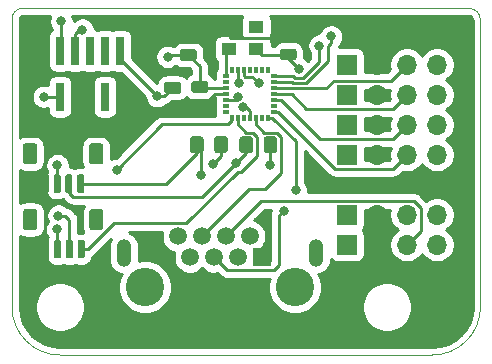
<source format=gbr>
G04 #@! TF.GenerationSoftware,KiCad,Pcbnew,(5.1.5)-3*
G04 #@! TF.CreationDate,2021-07-18T09:53:38-05:00*
G04 #@! TF.ProjectId,InputBoardSTM32QFN28,496e7075-7442-46f6-9172-6453544d3332,rev?*
G04 #@! TF.SameCoordinates,Original*
G04 #@! TF.FileFunction,Copper,L1,Top*
G04 #@! TF.FilePolarity,Positive*
%FSLAX46Y46*%
G04 Gerber Fmt 4.6, Leading zero omitted, Abs format (unit mm)*
G04 Created by KiCad (PCBNEW (5.1.5)-3) date 2021-07-18 09:53:38*
%MOMM*%
%LPD*%
G04 APERTURE LIST*
%ADD10C,0.050000*%
%ADD11R,0.599948X0.299974*%
%ADD12R,0.299974X0.599948*%
%ADD13O,1.700000X1.700000*%
%ADD14R,1.700000X1.700000*%
%ADD15C,0.100000*%
%ADD16R,0.740000X2.400000*%
%ADD17O,1.259000X2.362000*%
%ADD18R,1.500000X1.500000*%
%ADD19C,1.500000*%
%ADD20C,3.250000*%
%ADD21R,1.300000X1.100000*%
%ADD22C,0.800000*%
%ADD23C,0.250000*%
%ADD24C,0.254000*%
G04 APERTURE END LIST*
D10*
X171279873Y-85389743D02*
G75*
G02X172239940Y-86360000I-5095J-965162D01*
G01*
X132588000Y-86296602D02*
G75*
G02X133489685Y-85389720I901685J5182D01*
G01*
X132588000Y-110680500D02*
X132588000Y-86296602D01*
X136652000Y-114744500D02*
G75*
G02X132588000Y-110680500I0J4064000D01*
G01*
X168153080Y-114744500D02*
X136652000Y-114744500D01*
X172239940Y-86360000D02*
X172250164Y-110667800D01*
X172250164Y-110670340D02*
G75*
G02X168153080Y-114744500I-4074224J0D01*
G01*
X171279820Y-85389720D02*
X133489685Y-85389720D01*
D11*
X150693120Y-91130120D03*
X150693120Y-91630500D03*
X150693120Y-92130880D03*
X150693120Y-92631260D03*
X150693120Y-93131640D03*
X150693120Y-93632020D03*
X150693120Y-94132400D03*
D12*
X151236680Y-94675960D03*
X151737060Y-94675960D03*
X152237440Y-94675960D03*
X152737820Y-94675960D03*
X153238200Y-94675960D03*
X153738580Y-94675960D03*
X154238960Y-94675960D03*
D11*
X154782520Y-94132400D03*
X154782520Y-93632020D03*
X154782520Y-93131640D03*
X154782520Y-92631260D03*
X154782520Y-92130880D03*
X154782520Y-91630500D03*
X154782520Y-91130120D03*
D12*
X154238960Y-90586560D03*
X153738580Y-90586560D03*
X153238200Y-90586560D03*
X152737820Y-90586560D03*
X152237440Y-90586560D03*
X151737060Y-90586560D03*
X151236680Y-90586560D03*
D13*
X168569640Y-95250000D03*
X166029640Y-95250000D03*
X163489640Y-95250000D03*
D14*
X160949640Y-95250000D03*
D13*
X168569640Y-97790000D03*
X166029640Y-97790000D03*
X163489640Y-97790000D03*
D14*
X160949640Y-97790000D03*
D13*
X168569640Y-92710000D03*
X166029640Y-92710000D03*
X163489640Y-92710000D03*
D14*
X160949640Y-92710000D03*
X160949640Y-90170000D03*
D13*
X163489640Y-90170000D03*
X166029640Y-90170000D03*
X168569640Y-90170000D03*
X168569640Y-102870000D03*
X166029640Y-102870000D03*
X163489640Y-102870000D03*
D14*
X160949640Y-102870000D03*
X160949640Y-105410000D03*
D13*
X163489640Y-105410000D03*
X166029640Y-105410000D03*
X168569640Y-105410000D03*
G04 #@! TA.AperFunction,SMDPad,CuDef*
D15*
G36*
X150627445Y-96232684D02*
G01*
X150651713Y-96236284D01*
X150675512Y-96242245D01*
X150698611Y-96250510D01*
X150720790Y-96261000D01*
X150741833Y-96273612D01*
X150761539Y-96288227D01*
X150779717Y-96304703D01*
X150796193Y-96322881D01*
X150810808Y-96342587D01*
X150823420Y-96363630D01*
X150833910Y-96385809D01*
X150842175Y-96408908D01*
X150848136Y-96432707D01*
X150851736Y-96456975D01*
X150852940Y-96481479D01*
X150852940Y-97381481D01*
X150851736Y-97405985D01*
X150848136Y-97430253D01*
X150842175Y-97454052D01*
X150833910Y-97477151D01*
X150823420Y-97499330D01*
X150810808Y-97520373D01*
X150796193Y-97540079D01*
X150779717Y-97558257D01*
X150761539Y-97574733D01*
X150741833Y-97589348D01*
X150720790Y-97601960D01*
X150698611Y-97612450D01*
X150675512Y-97620715D01*
X150651713Y-97626676D01*
X150627445Y-97630276D01*
X150602941Y-97631480D01*
X149952939Y-97631480D01*
X149928435Y-97630276D01*
X149904167Y-97626676D01*
X149880368Y-97620715D01*
X149857269Y-97612450D01*
X149835090Y-97601960D01*
X149814047Y-97589348D01*
X149794341Y-97574733D01*
X149776163Y-97558257D01*
X149759687Y-97540079D01*
X149745072Y-97520373D01*
X149732460Y-97499330D01*
X149721970Y-97477151D01*
X149713705Y-97454052D01*
X149707744Y-97430253D01*
X149704144Y-97405985D01*
X149702940Y-97381481D01*
X149702940Y-96481479D01*
X149704144Y-96456975D01*
X149707744Y-96432707D01*
X149713705Y-96408908D01*
X149721970Y-96385809D01*
X149732460Y-96363630D01*
X149745072Y-96342587D01*
X149759687Y-96322881D01*
X149776163Y-96304703D01*
X149794341Y-96288227D01*
X149814047Y-96273612D01*
X149835090Y-96261000D01*
X149857269Y-96250510D01*
X149880368Y-96242245D01*
X149904167Y-96236284D01*
X149928435Y-96232684D01*
X149952939Y-96231480D01*
X150602941Y-96231480D01*
X150627445Y-96232684D01*
G37*
G04 #@! TD.AperFunction*
G04 #@! TA.AperFunction,SMDPad,CuDef*
G36*
X148577445Y-96232684D02*
G01*
X148601713Y-96236284D01*
X148625512Y-96242245D01*
X148648611Y-96250510D01*
X148670790Y-96261000D01*
X148691833Y-96273612D01*
X148711539Y-96288227D01*
X148729717Y-96304703D01*
X148746193Y-96322881D01*
X148760808Y-96342587D01*
X148773420Y-96363630D01*
X148783910Y-96385809D01*
X148792175Y-96408908D01*
X148798136Y-96432707D01*
X148801736Y-96456975D01*
X148802940Y-96481479D01*
X148802940Y-97381481D01*
X148801736Y-97405985D01*
X148798136Y-97430253D01*
X148792175Y-97454052D01*
X148783910Y-97477151D01*
X148773420Y-97499330D01*
X148760808Y-97520373D01*
X148746193Y-97540079D01*
X148729717Y-97558257D01*
X148711539Y-97574733D01*
X148691833Y-97589348D01*
X148670790Y-97601960D01*
X148648611Y-97612450D01*
X148625512Y-97620715D01*
X148601713Y-97626676D01*
X148577445Y-97630276D01*
X148552941Y-97631480D01*
X147902939Y-97631480D01*
X147878435Y-97630276D01*
X147854167Y-97626676D01*
X147830368Y-97620715D01*
X147807269Y-97612450D01*
X147785090Y-97601960D01*
X147764047Y-97589348D01*
X147744341Y-97574733D01*
X147726163Y-97558257D01*
X147709687Y-97540079D01*
X147695072Y-97520373D01*
X147682460Y-97499330D01*
X147671970Y-97477151D01*
X147663705Y-97454052D01*
X147657744Y-97430253D01*
X147654144Y-97405985D01*
X147652940Y-97381481D01*
X147652940Y-96481479D01*
X147654144Y-96456975D01*
X147657744Y-96432707D01*
X147663705Y-96408908D01*
X147671970Y-96385809D01*
X147682460Y-96363630D01*
X147695072Y-96342587D01*
X147709687Y-96322881D01*
X147726163Y-96304703D01*
X147744341Y-96288227D01*
X147764047Y-96273612D01*
X147785090Y-96261000D01*
X147807269Y-96250510D01*
X147830368Y-96242245D01*
X147854167Y-96236284D01*
X147878435Y-96232684D01*
X147902939Y-96231480D01*
X148552941Y-96231480D01*
X148577445Y-96232684D01*
G37*
G04 #@! TD.AperFunction*
G04 #@! TA.AperFunction,SMDPad,CuDef*
G36*
X152755745Y-96237764D02*
G01*
X152780013Y-96241364D01*
X152803812Y-96247325D01*
X152826911Y-96255590D01*
X152849090Y-96266080D01*
X152870133Y-96278692D01*
X152889839Y-96293307D01*
X152908017Y-96309783D01*
X152924493Y-96327961D01*
X152939108Y-96347667D01*
X152951720Y-96368710D01*
X152962210Y-96390889D01*
X152970475Y-96413988D01*
X152976436Y-96437787D01*
X152980036Y-96462055D01*
X152981240Y-96486559D01*
X152981240Y-97386561D01*
X152980036Y-97411065D01*
X152976436Y-97435333D01*
X152970475Y-97459132D01*
X152962210Y-97482231D01*
X152951720Y-97504410D01*
X152939108Y-97525453D01*
X152924493Y-97545159D01*
X152908017Y-97563337D01*
X152889839Y-97579813D01*
X152870133Y-97594428D01*
X152849090Y-97607040D01*
X152826911Y-97617530D01*
X152803812Y-97625795D01*
X152780013Y-97631756D01*
X152755745Y-97635356D01*
X152731241Y-97636560D01*
X152081239Y-97636560D01*
X152056735Y-97635356D01*
X152032467Y-97631756D01*
X152008668Y-97625795D01*
X151985569Y-97617530D01*
X151963390Y-97607040D01*
X151942347Y-97594428D01*
X151922641Y-97579813D01*
X151904463Y-97563337D01*
X151887987Y-97545159D01*
X151873372Y-97525453D01*
X151860760Y-97504410D01*
X151850270Y-97482231D01*
X151842005Y-97459132D01*
X151836044Y-97435333D01*
X151832444Y-97411065D01*
X151831240Y-97386561D01*
X151831240Y-96486559D01*
X151832444Y-96462055D01*
X151836044Y-96437787D01*
X151842005Y-96413988D01*
X151850270Y-96390889D01*
X151860760Y-96368710D01*
X151873372Y-96347667D01*
X151887987Y-96327961D01*
X151904463Y-96309783D01*
X151922641Y-96293307D01*
X151942347Y-96278692D01*
X151963390Y-96266080D01*
X151985569Y-96255590D01*
X152008668Y-96247325D01*
X152032467Y-96241364D01*
X152056735Y-96237764D01*
X152081239Y-96236560D01*
X152731241Y-96236560D01*
X152755745Y-96237764D01*
G37*
G04 #@! TD.AperFunction*
G04 #@! TA.AperFunction,SMDPad,CuDef*
G36*
X154805745Y-96237764D02*
G01*
X154830013Y-96241364D01*
X154853812Y-96247325D01*
X154876911Y-96255590D01*
X154899090Y-96266080D01*
X154920133Y-96278692D01*
X154939839Y-96293307D01*
X154958017Y-96309783D01*
X154974493Y-96327961D01*
X154989108Y-96347667D01*
X155001720Y-96368710D01*
X155012210Y-96390889D01*
X155020475Y-96413988D01*
X155026436Y-96437787D01*
X155030036Y-96462055D01*
X155031240Y-96486559D01*
X155031240Y-97386561D01*
X155030036Y-97411065D01*
X155026436Y-97435333D01*
X155020475Y-97459132D01*
X155012210Y-97482231D01*
X155001720Y-97504410D01*
X154989108Y-97525453D01*
X154974493Y-97545159D01*
X154958017Y-97563337D01*
X154939839Y-97579813D01*
X154920133Y-97594428D01*
X154899090Y-97607040D01*
X154876911Y-97617530D01*
X154853812Y-97625795D01*
X154830013Y-97631756D01*
X154805745Y-97635356D01*
X154781241Y-97636560D01*
X154131239Y-97636560D01*
X154106735Y-97635356D01*
X154082467Y-97631756D01*
X154058668Y-97625795D01*
X154035569Y-97617530D01*
X154013390Y-97607040D01*
X153992347Y-97594428D01*
X153972641Y-97579813D01*
X153954463Y-97563337D01*
X153937987Y-97545159D01*
X153923372Y-97525453D01*
X153910760Y-97504410D01*
X153900270Y-97482231D01*
X153892005Y-97459132D01*
X153886044Y-97435333D01*
X153882444Y-97411065D01*
X153881240Y-97386561D01*
X153881240Y-96486559D01*
X153882444Y-96462055D01*
X153886044Y-96437787D01*
X153892005Y-96413988D01*
X153900270Y-96390889D01*
X153910760Y-96368710D01*
X153923372Y-96347667D01*
X153937987Y-96327961D01*
X153954463Y-96309783D01*
X153972641Y-96293307D01*
X153992347Y-96278692D01*
X154013390Y-96266080D01*
X154035569Y-96255590D01*
X154058668Y-96247325D01*
X154082467Y-96241364D01*
X154106735Y-96237764D01*
X154131239Y-96236560D01*
X154781241Y-96236560D01*
X154805745Y-96237764D01*
G37*
G04 #@! TD.AperFunction*
G04 #@! TA.AperFunction,SMDPad,CuDef*
G36*
X146691744Y-91624424D02*
G01*
X146716013Y-91628024D01*
X146739811Y-91633985D01*
X146762911Y-91642250D01*
X146785089Y-91652740D01*
X146806133Y-91665353D01*
X146825838Y-91679967D01*
X146844017Y-91696443D01*
X146860493Y-91714622D01*
X146875107Y-91734327D01*
X146887720Y-91755371D01*
X146898210Y-91777549D01*
X146906475Y-91800649D01*
X146912436Y-91824447D01*
X146916036Y-91848716D01*
X146917240Y-91873220D01*
X146917240Y-92373220D01*
X146916036Y-92397724D01*
X146912436Y-92421993D01*
X146906475Y-92445791D01*
X146898210Y-92468891D01*
X146887720Y-92491069D01*
X146875107Y-92512113D01*
X146860493Y-92531818D01*
X146844017Y-92549997D01*
X146825838Y-92566473D01*
X146806133Y-92581087D01*
X146785089Y-92593700D01*
X146762911Y-92604190D01*
X146739811Y-92612455D01*
X146716013Y-92618416D01*
X146691744Y-92622016D01*
X146667240Y-92623220D01*
X145717240Y-92623220D01*
X145692736Y-92622016D01*
X145668467Y-92618416D01*
X145644669Y-92612455D01*
X145621569Y-92604190D01*
X145599391Y-92593700D01*
X145578347Y-92581087D01*
X145558642Y-92566473D01*
X145540463Y-92549997D01*
X145523987Y-92531818D01*
X145509373Y-92512113D01*
X145496760Y-92491069D01*
X145486270Y-92468891D01*
X145478005Y-92445791D01*
X145472044Y-92421993D01*
X145468444Y-92397724D01*
X145467240Y-92373220D01*
X145467240Y-91873220D01*
X145468444Y-91848716D01*
X145472044Y-91824447D01*
X145478005Y-91800649D01*
X145486270Y-91777549D01*
X145496760Y-91755371D01*
X145509373Y-91734327D01*
X145523987Y-91714622D01*
X145540463Y-91696443D01*
X145558642Y-91679967D01*
X145578347Y-91665353D01*
X145599391Y-91652740D01*
X145621569Y-91642250D01*
X145644669Y-91633985D01*
X145668467Y-91628024D01*
X145692736Y-91624424D01*
X145717240Y-91623220D01*
X146667240Y-91623220D01*
X146691744Y-91624424D01*
G37*
G04 #@! TD.AperFunction*
G04 #@! TA.AperFunction,SMDPad,CuDef*
G36*
X146691744Y-93524424D02*
G01*
X146716013Y-93528024D01*
X146739811Y-93533985D01*
X146762911Y-93542250D01*
X146785089Y-93552740D01*
X146806133Y-93565353D01*
X146825838Y-93579967D01*
X146844017Y-93596443D01*
X146860493Y-93614622D01*
X146875107Y-93634327D01*
X146887720Y-93655371D01*
X146898210Y-93677549D01*
X146906475Y-93700649D01*
X146912436Y-93724447D01*
X146916036Y-93748716D01*
X146917240Y-93773220D01*
X146917240Y-94273220D01*
X146916036Y-94297724D01*
X146912436Y-94321993D01*
X146906475Y-94345791D01*
X146898210Y-94368891D01*
X146887720Y-94391069D01*
X146875107Y-94412113D01*
X146860493Y-94431818D01*
X146844017Y-94449997D01*
X146825838Y-94466473D01*
X146806133Y-94481087D01*
X146785089Y-94493700D01*
X146762911Y-94504190D01*
X146739811Y-94512455D01*
X146716013Y-94518416D01*
X146691744Y-94522016D01*
X146667240Y-94523220D01*
X145717240Y-94523220D01*
X145692736Y-94522016D01*
X145668467Y-94518416D01*
X145644669Y-94512455D01*
X145621569Y-94504190D01*
X145599391Y-94493700D01*
X145578347Y-94481087D01*
X145558642Y-94466473D01*
X145540463Y-94449997D01*
X145523987Y-94431818D01*
X145509373Y-94412113D01*
X145496760Y-94391069D01*
X145486270Y-94368891D01*
X145478005Y-94345791D01*
X145472044Y-94321993D01*
X145468444Y-94297724D01*
X145467240Y-94273220D01*
X145467240Y-93773220D01*
X145468444Y-93748716D01*
X145472044Y-93724447D01*
X145478005Y-93700649D01*
X145486270Y-93677549D01*
X145496760Y-93655371D01*
X145509373Y-93634327D01*
X145523987Y-93614622D01*
X145540463Y-93596443D01*
X145558642Y-93579967D01*
X145578347Y-93565353D01*
X145599391Y-93552740D01*
X145621569Y-93542250D01*
X145644669Y-93533985D01*
X145668467Y-93528024D01*
X145692736Y-93524424D01*
X145717240Y-93523220D01*
X146667240Y-93523220D01*
X146691744Y-93524424D01*
G37*
G04 #@! TD.AperFunction*
G04 #@! TA.AperFunction,SMDPad,CuDef*
G36*
X148985364Y-91545684D02*
G01*
X149009633Y-91549284D01*
X149033431Y-91555245D01*
X149056531Y-91563510D01*
X149078709Y-91574000D01*
X149099753Y-91586613D01*
X149119458Y-91601227D01*
X149137637Y-91617703D01*
X149154113Y-91635882D01*
X149168727Y-91655587D01*
X149181340Y-91676631D01*
X149191830Y-91698809D01*
X149200095Y-91721909D01*
X149206056Y-91745707D01*
X149209656Y-91769976D01*
X149210860Y-91794480D01*
X149210860Y-92294480D01*
X149209656Y-92318984D01*
X149206056Y-92343253D01*
X149200095Y-92367051D01*
X149191830Y-92390151D01*
X149181340Y-92412329D01*
X149168727Y-92433373D01*
X149154113Y-92453078D01*
X149137637Y-92471257D01*
X149119458Y-92487733D01*
X149099753Y-92502347D01*
X149078709Y-92514960D01*
X149056531Y-92525450D01*
X149033431Y-92533715D01*
X149009633Y-92539676D01*
X148985364Y-92543276D01*
X148960860Y-92544480D01*
X148010860Y-92544480D01*
X147986356Y-92543276D01*
X147962087Y-92539676D01*
X147938289Y-92533715D01*
X147915189Y-92525450D01*
X147893011Y-92514960D01*
X147871967Y-92502347D01*
X147852262Y-92487733D01*
X147834083Y-92471257D01*
X147817607Y-92453078D01*
X147802993Y-92433373D01*
X147790380Y-92412329D01*
X147779890Y-92390151D01*
X147771625Y-92367051D01*
X147765664Y-92343253D01*
X147762064Y-92318984D01*
X147760860Y-92294480D01*
X147760860Y-91794480D01*
X147762064Y-91769976D01*
X147765664Y-91745707D01*
X147771625Y-91721909D01*
X147779890Y-91698809D01*
X147790380Y-91676631D01*
X147802993Y-91655587D01*
X147817607Y-91635882D01*
X147834083Y-91617703D01*
X147852262Y-91601227D01*
X147871967Y-91586613D01*
X147893011Y-91574000D01*
X147915189Y-91563510D01*
X147938289Y-91555245D01*
X147962087Y-91549284D01*
X147986356Y-91545684D01*
X148010860Y-91544480D01*
X148960860Y-91544480D01*
X148985364Y-91545684D01*
G37*
G04 #@! TD.AperFunction*
G04 #@! TA.AperFunction,SMDPad,CuDef*
G36*
X148985364Y-93445684D02*
G01*
X149009633Y-93449284D01*
X149033431Y-93455245D01*
X149056531Y-93463510D01*
X149078709Y-93474000D01*
X149099753Y-93486613D01*
X149119458Y-93501227D01*
X149137637Y-93517703D01*
X149154113Y-93535882D01*
X149168727Y-93555587D01*
X149181340Y-93576631D01*
X149191830Y-93598809D01*
X149200095Y-93621909D01*
X149206056Y-93645707D01*
X149209656Y-93669976D01*
X149210860Y-93694480D01*
X149210860Y-94194480D01*
X149209656Y-94218984D01*
X149206056Y-94243253D01*
X149200095Y-94267051D01*
X149191830Y-94290151D01*
X149181340Y-94312329D01*
X149168727Y-94333373D01*
X149154113Y-94353078D01*
X149137637Y-94371257D01*
X149119458Y-94387733D01*
X149099753Y-94402347D01*
X149078709Y-94414960D01*
X149056531Y-94425450D01*
X149033431Y-94433715D01*
X149009633Y-94439676D01*
X148985364Y-94443276D01*
X148960860Y-94444480D01*
X148010860Y-94444480D01*
X147986356Y-94443276D01*
X147962087Y-94439676D01*
X147938289Y-94433715D01*
X147915189Y-94425450D01*
X147893011Y-94414960D01*
X147871967Y-94402347D01*
X147852262Y-94387733D01*
X147834083Y-94371257D01*
X147817607Y-94353078D01*
X147802993Y-94333373D01*
X147790380Y-94312329D01*
X147779890Y-94290151D01*
X147771625Y-94267051D01*
X147765664Y-94243253D01*
X147762064Y-94218984D01*
X147760860Y-94194480D01*
X147760860Y-93694480D01*
X147762064Y-93669976D01*
X147765664Y-93645707D01*
X147771625Y-93621909D01*
X147779890Y-93598809D01*
X147790380Y-93576631D01*
X147802993Y-93555587D01*
X147817607Y-93535882D01*
X147834083Y-93517703D01*
X147852262Y-93501227D01*
X147871967Y-93486613D01*
X147893011Y-93474000D01*
X147915189Y-93463510D01*
X147938289Y-93455245D01*
X147962087Y-93449284D01*
X147986356Y-93445684D01*
X148010860Y-93444480D01*
X148960860Y-93444480D01*
X148985364Y-93445684D01*
G37*
G04 #@! TD.AperFunction*
G04 #@! TA.AperFunction,SMDPad,CuDef*
G36*
X148010004Y-86940664D02*
G01*
X148034273Y-86944264D01*
X148058071Y-86950225D01*
X148081171Y-86958490D01*
X148103349Y-86968980D01*
X148124393Y-86981593D01*
X148144098Y-86996207D01*
X148162277Y-87012683D01*
X148178753Y-87030862D01*
X148193367Y-87050567D01*
X148205980Y-87071611D01*
X148216470Y-87093789D01*
X148224735Y-87116889D01*
X148230696Y-87140687D01*
X148234296Y-87164956D01*
X148235500Y-87189460D01*
X148235500Y-87689460D01*
X148234296Y-87713964D01*
X148230696Y-87738233D01*
X148224735Y-87762031D01*
X148216470Y-87785131D01*
X148205980Y-87807309D01*
X148193367Y-87828353D01*
X148178753Y-87848058D01*
X148162277Y-87866237D01*
X148144098Y-87882713D01*
X148124393Y-87897327D01*
X148103349Y-87909940D01*
X148081171Y-87920430D01*
X148058071Y-87928695D01*
X148034273Y-87934656D01*
X148010004Y-87938256D01*
X147985500Y-87939460D01*
X147035500Y-87939460D01*
X147010996Y-87938256D01*
X146986727Y-87934656D01*
X146962929Y-87928695D01*
X146939829Y-87920430D01*
X146917651Y-87909940D01*
X146896607Y-87897327D01*
X146876902Y-87882713D01*
X146858723Y-87866237D01*
X146842247Y-87848058D01*
X146827633Y-87828353D01*
X146815020Y-87807309D01*
X146804530Y-87785131D01*
X146796265Y-87762031D01*
X146790304Y-87738233D01*
X146786704Y-87713964D01*
X146785500Y-87689460D01*
X146785500Y-87189460D01*
X146786704Y-87164956D01*
X146790304Y-87140687D01*
X146796265Y-87116889D01*
X146804530Y-87093789D01*
X146815020Y-87071611D01*
X146827633Y-87050567D01*
X146842247Y-87030862D01*
X146858723Y-87012683D01*
X146876902Y-86996207D01*
X146896607Y-86981593D01*
X146917651Y-86968980D01*
X146939829Y-86958490D01*
X146962929Y-86950225D01*
X146986727Y-86944264D01*
X147010996Y-86940664D01*
X147035500Y-86939460D01*
X147985500Y-86939460D01*
X148010004Y-86940664D01*
G37*
G04 #@! TD.AperFunction*
G04 #@! TA.AperFunction,SMDPad,CuDef*
G36*
X148010004Y-88840664D02*
G01*
X148034273Y-88844264D01*
X148058071Y-88850225D01*
X148081171Y-88858490D01*
X148103349Y-88868980D01*
X148124393Y-88881593D01*
X148144098Y-88896207D01*
X148162277Y-88912683D01*
X148178753Y-88930862D01*
X148193367Y-88950567D01*
X148205980Y-88971611D01*
X148216470Y-88993789D01*
X148224735Y-89016889D01*
X148230696Y-89040687D01*
X148234296Y-89064956D01*
X148235500Y-89089460D01*
X148235500Y-89589460D01*
X148234296Y-89613964D01*
X148230696Y-89638233D01*
X148224735Y-89662031D01*
X148216470Y-89685131D01*
X148205980Y-89707309D01*
X148193367Y-89728353D01*
X148178753Y-89748058D01*
X148162277Y-89766237D01*
X148144098Y-89782713D01*
X148124393Y-89797327D01*
X148103349Y-89809940D01*
X148081171Y-89820430D01*
X148058071Y-89828695D01*
X148034273Y-89834656D01*
X148010004Y-89838256D01*
X147985500Y-89839460D01*
X147035500Y-89839460D01*
X147010996Y-89838256D01*
X146986727Y-89834656D01*
X146962929Y-89828695D01*
X146939829Y-89820430D01*
X146917651Y-89809940D01*
X146896607Y-89797327D01*
X146876902Y-89782713D01*
X146858723Y-89766237D01*
X146842247Y-89748058D01*
X146827633Y-89728353D01*
X146815020Y-89707309D01*
X146804530Y-89685131D01*
X146796265Y-89662031D01*
X146790304Y-89638233D01*
X146786704Y-89613964D01*
X146785500Y-89589460D01*
X146785500Y-89089460D01*
X146786704Y-89064956D01*
X146790304Y-89040687D01*
X146796265Y-89016889D01*
X146804530Y-88993789D01*
X146815020Y-88971611D01*
X146827633Y-88950567D01*
X146842247Y-88930862D01*
X146858723Y-88912683D01*
X146876902Y-88896207D01*
X146896607Y-88881593D01*
X146917651Y-88868980D01*
X146939829Y-88858490D01*
X146962929Y-88850225D01*
X146986727Y-88844264D01*
X147010996Y-88840664D01*
X147035500Y-88839460D01*
X147985500Y-88839460D01*
X148010004Y-88840664D01*
G37*
G04 #@! TD.AperFunction*
D16*
X141724380Y-88992160D03*
X141724380Y-92892160D03*
X140454380Y-88992160D03*
X140454380Y-92892160D03*
X139184380Y-88992160D03*
X139184380Y-92892160D03*
X137914380Y-88992160D03*
X137914380Y-92892160D03*
X136644380Y-88992160D03*
X136644380Y-92892160D03*
G04 #@! TA.AperFunction,SMDPad,CuDef*
D15*
G36*
X135570703Y-99458322D02*
G01*
X135585264Y-99460482D01*
X135599543Y-99464059D01*
X135613403Y-99469018D01*
X135626710Y-99475312D01*
X135639336Y-99482880D01*
X135651159Y-99491648D01*
X135662066Y-99501534D01*
X135671952Y-99512441D01*
X135680720Y-99524264D01*
X135688288Y-99536890D01*
X135694582Y-99550197D01*
X135699541Y-99564057D01*
X135703118Y-99578336D01*
X135705278Y-99592897D01*
X135706000Y-99607600D01*
X135706000Y-100857600D01*
X135705278Y-100872303D01*
X135703118Y-100886864D01*
X135699541Y-100901143D01*
X135694582Y-100915003D01*
X135688288Y-100928310D01*
X135680720Y-100940936D01*
X135671952Y-100952759D01*
X135662066Y-100963666D01*
X135651159Y-100973552D01*
X135639336Y-100982320D01*
X135626710Y-100989888D01*
X135613403Y-100996182D01*
X135599543Y-101001141D01*
X135585264Y-101004718D01*
X135570703Y-101006878D01*
X135556000Y-101007600D01*
X135256000Y-101007600D01*
X135241297Y-101006878D01*
X135226736Y-101004718D01*
X135212457Y-101001141D01*
X135198597Y-100996182D01*
X135185290Y-100989888D01*
X135172664Y-100982320D01*
X135160841Y-100973552D01*
X135149934Y-100963666D01*
X135140048Y-100952759D01*
X135131280Y-100940936D01*
X135123712Y-100928310D01*
X135117418Y-100915003D01*
X135112459Y-100901143D01*
X135108882Y-100886864D01*
X135106722Y-100872303D01*
X135106000Y-100857600D01*
X135106000Y-99607600D01*
X135106722Y-99592897D01*
X135108882Y-99578336D01*
X135112459Y-99564057D01*
X135117418Y-99550197D01*
X135123712Y-99536890D01*
X135131280Y-99524264D01*
X135140048Y-99512441D01*
X135149934Y-99501534D01*
X135160841Y-99491648D01*
X135172664Y-99482880D01*
X135185290Y-99475312D01*
X135198597Y-99469018D01*
X135212457Y-99464059D01*
X135226736Y-99460482D01*
X135241297Y-99458322D01*
X135256000Y-99457600D01*
X135556000Y-99457600D01*
X135570703Y-99458322D01*
G37*
G04 #@! TD.AperFunction*
G04 #@! TA.AperFunction,SMDPad,CuDef*
G36*
X136570703Y-99458322D02*
G01*
X136585264Y-99460482D01*
X136599543Y-99464059D01*
X136613403Y-99469018D01*
X136626710Y-99475312D01*
X136639336Y-99482880D01*
X136651159Y-99491648D01*
X136662066Y-99501534D01*
X136671952Y-99512441D01*
X136680720Y-99524264D01*
X136688288Y-99536890D01*
X136694582Y-99550197D01*
X136699541Y-99564057D01*
X136703118Y-99578336D01*
X136705278Y-99592897D01*
X136706000Y-99607600D01*
X136706000Y-100857600D01*
X136705278Y-100872303D01*
X136703118Y-100886864D01*
X136699541Y-100901143D01*
X136694582Y-100915003D01*
X136688288Y-100928310D01*
X136680720Y-100940936D01*
X136671952Y-100952759D01*
X136662066Y-100963666D01*
X136651159Y-100973552D01*
X136639336Y-100982320D01*
X136626710Y-100989888D01*
X136613403Y-100996182D01*
X136599543Y-101001141D01*
X136585264Y-101004718D01*
X136570703Y-101006878D01*
X136556000Y-101007600D01*
X136256000Y-101007600D01*
X136241297Y-101006878D01*
X136226736Y-101004718D01*
X136212457Y-101001141D01*
X136198597Y-100996182D01*
X136185290Y-100989888D01*
X136172664Y-100982320D01*
X136160841Y-100973552D01*
X136149934Y-100963666D01*
X136140048Y-100952759D01*
X136131280Y-100940936D01*
X136123712Y-100928310D01*
X136117418Y-100915003D01*
X136112459Y-100901143D01*
X136108882Y-100886864D01*
X136106722Y-100872303D01*
X136106000Y-100857600D01*
X136106000Y-99607600D01*
X136106722Y-99592897D01*
X136108882Y-99578336D01*
X136112459Y-99564057D01*
X136117418Y-99550197D01*
X136123712Y-99536890D01*
X136131280Y-99524264D01*
X136140048Y-99512441D01*
X136149934Y-99501534D01*
X136160841Y-99491648D01*
X136172664Y-99482880D01*
X136185290Y-99475312D01*
X136198597Y-99469018D01*
X136212457Y-99464059D01*
X136226736Y-99460482D01*
X136241297Y-99458322D01*
X136256000Y-99457600D01*
X136556000Y-99457600D01*
X136570703Y-99458322D01*
G37*
G04 #@! TD.AperFunction*
G04 #@! TA.AperFunction,SMDPad,CuDef*
G36*
X137570703Y-99458322D02*
G01*
X137585264Y-99460482D01*
X137599543Y-99464059D01*
X137613403Y-99469018D01*
X137626710Y-99475312D01*
X137639336Y-99482880D01*
X137651159Y-99491648D01*
X137662066Y-99501534D01*
X137671952Y-99512441D01*
X137680720Y-99524264D01*
X137688288Y-99536890D01*
X137694582Y-99550197D01*
X137699541Y-99564057D01*
X137703118Y-99578336D01*
X137705278Y-99592897D01*
X137706000Y-99607600D01*
X137706000Y-100857600D01*
X137705278Y-100872303D01*
X137703118Y-100886864D01*
X137699541Y-100901143D01*
X137694582Y-100915003D01*
X137688288Y-100928310D01*
X137680720Y-100940936D01*
X137671952Y-100952759D01*
X137662066Y-100963666D01*
X137651159Y-100973552D01*
X137639336Y-100982320D01*
X137626710Y-100989888D01*
X137613403Y-100996182D01*
X137599543Y-101001141D01*
X137585264Y-101004718D01*
X137570703Y-101006878D01*
X137556000Y-101007600D01*
X137256000Y-101007600D01*
X137241297Y-101006878D01*
X137226736Y-101004718D01*
X137212457Y-101001141D01*
X137198597Y-100996182D01*
X137185290Y-100989888D01*
X137172664Y-100982320D01*
X137160841Y-100973552D01*
X137149934Y-100963666D01*
X137140048Y-100952759D01*
X137131280Y-100940936D01*
X137123712Y-100928310D01*
X137117418Y-100915003D01*
X137112459Y-100901143D01*
X137108882Y-100886864D01*
X137106722Y-100872303D01*
X137106000Y-100857600D01*
X137106000Y-99607600D01*
X137106722Y-99592897D01*
X137108882Y-99578336D01*
X137112459Y-99564057D01*
X137117418Y-99550197D01*
X137123712Y-99536890D01*
X137131280Y-99524264D01*
X137140048Y-99512441D01*
X137149934Y-99501534D01*
X137160841Y-99491648D01*
X137172664Y-99482880D01*
X137185290Y-99475312D01*
X137198597Y-99469018D01*
X137212457Y-99464059D01*
X137226736Y-99460482D01*
X137241297Y-99458322D01*
X137256000Y-99457600D01*
X137556000Y-99457600D01*
X137570703Y-99458322D01*
G37*
G04 #@! TD.AperFunction*
G04 #@! TA.AperFunction,SMDPad,CuDef*
G36*
X138570703Y-99458322D02*
G01*
X138585264Y-99460482D01*
X138599543Y-99464059D01*
X138613403Y-99469018D01*
X138626710Y-99475312D01*
X138639336Y-99482880D01*
X138651159Y-99491648D01*
X138662066Y-99501534D01*
X138671952Y-99512441D01*
X138680720Y-99524264D01*
X138688288Y-99536890D01*
X138694582Y-99550197D01*
X138699541Y-99564057D01*
X138703118Y-99578336D01*
X138705278Y-99592897D01*
X138706000Y-99607600D01*
X138706000Y-100857600D01*
X138705278Y-100872303D01*
X138703118Y-100886864D01*
X138699541Y-100901143D01*
X138694582Y-100915003D01*
X138688288Y-100928310D01*
X138680720Y-100940936D01*
X138671952Y-100952759D01*
X138662066Y-100963666D01*
X138651159Y-100973552D01*
X138639336Y-100982320D01*
X138626710Y-100989888D01*
X138613403Y-100996182D01*
X138599543Y-101001141D01*
X138585264Y-101004718D01*
X138570703Y-101006878D01*
X138556000Y-101007600D01*
X138256000Y-101007600D01*
X138241297Y-101006878D01*
X138226736Y-101004718D01*
X138212457Y-101001141D01*
X138198597Y-100996182D01*
X138185290Y-100989888D01*
X138172664Y-100982320D01*
X138160841Y-100973552D01*
X138149934Y-100963666D01*
X138140048Y-100952759D01*
X138131280Y-100940936D01*
X138123712Y-100928310D01*
X138117418Y-100915003D01*
X138112459Y-100901143D01*
X138108882Y-100886864D01*
X138106722Y-100872303D01*
X138106000Y-100857600D01*
X138106000Y-99607600D01*
X138106722Y-99592897D01*
X138108882Y-99578336D01*
X138112459Y-99564057D01*
X138117418Y-99550197D01*
X138123712Y-99536890D01*
X138131280Y-99524264D01*
X138140048Y-99512441D01*
X138149934Y-99501534D01*
X138160841Y-99491648D01*
X138172664Y-99482880D01*
X138185290Y-99475312D01*
X138198597Y-99469018D01*
X138212457Y-99464059D01*
X138226736Y-99460482D01*
X138241297Y-99458322D01*
X138256000Y-99457600D01*
X138556000Y-99457600D01*
X138570703Y-99458322D01*
G37*
G04 #@! TD.AperFunction*
G04 #@! TA.AperFunction,SMDPad,CuDef*
G36*
X134480505Y-96808804D02*
G01*
X134504773Y-96812404D01*
X134528572Y-96818365D01*
X134551671Y-96826630D01*
X134573850Y-96837120D01*
X134594893Y-96849732D01*
X134614599Y-96864347D01*
X134632777Y-96880823D01*
X134649253Y-96899001D01*
X134663868Y-96918707D01*
X134676480Y-96939750D01*
X134686970Y-96961929D01*
X134695235Y-96985028D01*
X134701196Y-97008827D01*
X134704796Y-97033095D01*
X134706000Y-97057599D01*
X134706000Y-98357601D01*
X134704796Y-98382105D01*
X134701196Y-98406373D01*
X134695235Y-98430172D01*
X134686970Y-98453271D01*
X134676480Y-98475450D01*
X134663868Y-98496493D01*
X134649253Y-98516199D01*
X134632777Y-98534377D01*
X134614599Y-98550853D01*
X134594893Y-98565468D01*
X134573850Y-98578080D01*
X134551671Y-98588570D01*
X134528572Y-98596835D01*
X134504773Y-98602796D01*
X134480505Y-98606396D01*
X134456001Y-98607600D01*
X133755999Y-98607600D01*
X133731495Y-98606396D01*
X133707227Y-98602796D01*
X133683428Y-98596835D01*
X133660329Y-98588570D01*
X133638150Y-98578080D01*
X133617107Y-98565468D01*
X133597401Y-98550853D01*
X133579223Y-98534377D01*
X133562747Y-98516199D01*
X133548132Y-98496493D01*
X133535520Y-98475450D01*
X133525030Y-98453271D01*
X133516765Y-98430172D01*
X133510804Y-98406373D01*
X133507204Y-98382105D01*
X133506000Y-98357601D01*
X133506000Y-97057599D01*
X133507204Y-97033095D01*
X133510804Y-97008827D01*
X133516765Y-96985028D01*
X133525030Y-96961929D01*
X133535520Y-96939750D01*
X133548132Y-96918707D01*
X133562747Y-96899001D01*
X133579223Y-96880823D01*
X133597401Y-96864347D01*
X133617107Y-96849732D01*
X133638150Y-96837120D01*
X133660329Y-96826630D01*
X133683428Y-96818365D01*
X133707227Y-96812404D01*
X133731495Y-96808804D01*
X133755999Y-96807600D01*
X134456001Y-96807600D01*
X134480505Y-96808804D01*
G37*
G04 #@! TD.AperFunction*
G04 #@! TA.AperFunction,SMDPad,CuDef*
G36*
X140080505Y-96808804D02*
G01*
X140104773Y-96812404D01*
X140128572Y-96818365D01*
X140151671Y-96826630D01*
X140173850Y-96837120D01*
X140194893Y-96849732D01*
X140214599Y-96864347D01*
X140232777Y-96880823D01*
X140249253Y-96899001D01*
X140263868Y-96918707D01*
X140276480Y-96939750D01*
X140286970Y-96961929D01*
X140295235Y-96985028D01*
X140301196Y-97008827D01*
X140304796Y-97033095D01*
X140306000Y-97057599D01*
X140306000Y-98357601D01*
X140304796Y-98382105D01*
X140301196Y-98406373D01*
X140295235Y-98430172D01*
X140286970Y-98453271D01*
X140276480Y-98475450D01*
X140263868Y-98496493D01*
X140249253Y-98516199D01*
X140232777Y-98534377D01*
X140214599Y-98550853D01*
X140194893Y-98565468D01*
X140173850Y-98578080D01*
X140151671Y-98588570D01*
X140128572Y-98596835D01*
X140104773Y-98602796D01*
X140080505Y-98606396D01*
X140056001Y-98607600D01*
X139355999Y-98607600D01*
X139331495Y-98606396D01*
X139307227Y-98602796D01*
X139283428Y-98596835D01*
X139260329Y-98588570D01*
X139238150Y-98578080D01*
X139217107Y-98565468D01*
X139197401Y-98550853D01*
X139179223Y-98534377D01*
X139162747Y-98516199D01*
X139148132Y-98496493D01*
X139135520Y-98475450D01*
X139125030Y-98453271D01*
X139116765Y-98430172D01*
X139110804Y-98406373D01*
X139107204Y-98382105D01*
X139106000Y-98357601D01*
X139106000Y-97057599D01*
X139107204Y-97033095D01*
X139110804Y-97008827D01*
X139116765Y-96985028D01*
X139125030Y-96961929D01*
X139135520Y-96939750D01*
X139148132Y-96918707D01*
X139162747Y-96899001D01*
X139179223Y-96880823D01*
X139197401Y-96864347D01*
X139217107Y-96849732D01*
X139238150Y-96837120D01*
X139260329Y-96826630D01*
X139283428Y-96818365D01*
X139307227Y-96812404D01*
X139331495Y-96808804D01*
X139355999Y-96807600D01*
X140056001Y-96807600D01*
X140080505Y-96808804D01*
G37*
G04 #@! TD.AperFunction*
G04 #@! TA.AperFunction,SMDPad,CuDef*
G36*
X140105905Y-102371404D02*
G01*
X140130173Y-102375004D01*
X140153972Y-102380965D01*
X140177071Y-102389230D01*
X140199250Y-102399720D01*
X140220293Y-102412332D01*
X140239999Y-102426947D01*
X140258177Y-102443423D01*
X140274653Y-102461601D01*
X140289268Y-102481307D01*
X140301880Y-102502350D01*
X140312370Y-102524529D01*
X140320635Y-102547628D01*
X140326596Y-102571427D01*
X140330196Y-102595695D01*
X140331400Y-102620199D01*
X140331400Y-103920201D01*
X140330196Y-103944705D01*
X140326596Y-103968973D01*
X140320635Y-103992772D01*
X140312370Y-104015871D01*
X140301880Y-104038050D01*
X140289268Y-104059093D01*
X140274653Y-104078799D01*
X140258177Y-104096977D01*
X140239999Y-104113453D01*
X140220293Y-104128068D01*
X140199250Y-104140680D01*
X140177071Y-104151170D01*
X140153972Y-104159435D01*
X140130173Y-104165396D01*
X140105905Y-104168996D01*
X140081401Y-104170200D01*
X139381399Y-104170200D01*
X139356895Y-104168996D01*
X139332627Y-104165396D01*
X139308828Y-104159435D01*
X139285729Y-104151170D01*
X139263550Y-104140680D01*
X139242507Y-104128068D01*
X139222801Y-104113453D01*
X139204623Y-104096977D01*
X139188147Y-104078799D01*
X139173532Y-104059093D01*
X139160920Y-104038050D01*
X139150430Y-104015871D01*
X139142165Y-103992772D01*
X139136204Y-103968973D01*
X139132604Y-103944705D01*
X139131400Y-103920201D01*
X139131400Y-102620199D01*
X139132604Y-102595695D01*
X139136204Y-102571427D01*
X139142165Y-102547628D01*
X139150430Y-102524529D01*
X139160920Y-102502350D01*
X139173532Y-102481307D01*
X139188147Y-102461601D01*
X139204623Y-102443423D01*
X139222801Y-102426947D01*
X139242507Y-102412332D01*
X139263550Y-102399720D01*
X139285729Y-102389230D01*
X139308828Y-102380965D01*
X139332627Y-102375004D01*
X139356895Y-102371404D01*
X139381399Y-102370200D01*
X140081401Y-102370200D01*
X140105905Y-102371404D01*
G37*
G04 #@! TD.AperFunction*
G04 #@! TA.AperFunction,SMDPad,CuDef*
G36*
X134505905Y-102371404D02*
G01*
X134530173Y-102375004D01*
X134553972Y-102380965D01*
X134577071Y-102389230D01*
X134599250Y-102399720D01*
X134620293Y-102412332D01*
X134639999Y-102426947D01*
X134658177Y-102443423D01*
X134674653Y-102461601D01*
X134689268Y-102481307D01*
X134701880Y-102502350D01*
X134712370Y-102524529D01*
X134720635Y-102547628D01*
X134726596Y-102571427D01*
X134730196Y-102595695D01*
X134731400Y-102620199D01*
X134731400Y-103920201D01*
X134730196Y-103944705D01*
X134726596Y-103968973D01*
X134720635Y-103992772D01*
X134712370Y-104015871D01*
X134701880Y-104038050D01*
X134689268Y-104059093D01*
X134674653Y-104078799D01*
X134658177Y-104096977D01*
X134639999Y-104113453D01*
X134620293Y-104128068D01*
X134599250Y-104140680D01*
X134577071Y-104151170D01*
X134553972Y-104159435D01*
X134530173Y-104165396D01*
X134505905Y-104168996D01*
X134481401Y-104170200D01*
X133781399Y-104170200D01*
X133756895Y-104168996D01*
X133732627Y-104165396D01*
X133708828Y-104159435D01*
X133685729Y-104151170D01*
X133663550Y-104140680D01*
X133642507Y-104128068D01*
X133622801Y-104113453D01*
X133604623Y-104096977D01*
X133588147Y-104078799D01*
X133573532Y-104059093D01*
X133560920Y-104038050D01*
X133550430Y-104015871D01*
X133542165Y-103992772D01*
X133536204Y-103968973D01*
X133532604Y-103944705D01*
X133531400Y-103920201D01*
X133531400Y-102620199D01*
X133532604Y-102595695D01*
X133536204Y-102571427D01*
X133542165Y-102547628D01*
X133550430Y-102524529D01*
X133560920Y-102502350D01*
X133573532Y-102481307D01*
X133588147Y-102461601D01*
X133604623Y-102443423D01*
X133622801Y-102426947D01*
X133642507Y-102412332D01*
X133663550Y-102399720D01*
X133685729Y-102389230D01*
X133708828Y-102380965D01*
X133732627Y-102375004D01*
X133756895Y-102371404D01*
X133781399Y-102370200D01*
X134481401Y-102370200D01*
X134505905Y-102371404D01*
G37*
G04 #@! TD.AperFunction*
G04 #@! TA.AperFunction,SMDPad,CuDef*
G36*
X138596103Y-105020922D02*
G01*
X138610664Y-105023082D01*
X138624943Y-105026659D01*
X138638803Y-105031618D01*
X138652110Y-105037912D01*
X138664736Y-105045480D01*
X138676559Y-105054248D01*
X138687466Y-105064134D01*
X138697352Y-105075041D01*
X138706120Y-105086864D01*
X138713688Y-105099490D01*
X138719982Y-105112797D01*
X138724941Y-105126657D01*
X138728518Y-105140936D01*
X138730678Y-105155497D01*
X138731400Y-105170200D01*
X138731400Y-106420200D01*
X138730678Y-106434903D01*
X138728518Y-106449464D01*
X138724941Y-106463743D01*
X138719982Y-106477603D01*
X138713688Y-106490910D01*
X138706120Y-106503536D01*
X138697352Y-106515359D01*
X138687466Y-106526266D01*
X138676559Y-106536152D01*
X138664736Y-106544920D01*
X138652110Y-106552488D01*
X138638803Y-106558782D01*
X138624943Y-106563741D01*
X138610664Y-106567318D01*
X138596103Y-106569478D01*
X138581400Y-106570200D01*
X138281400Y-106570200D01*
X138266697Y-106569478D01*
X138252136Y-106567318D01*
X138237857Y-106563741D01*
X138223997Y-106558782D01*
X138210690Y-106552488D01*
X138198064Y-106544920D01*
X138186241Y-106536152D01*
X138175334Y-106526266D01*
X138165448Y-106515359D01*
X138156680Y-106503536D01*
X138149112Y-106490910D01*
X138142818Y-106477603D01*
X138137859Y-106463743D01*
X138134282Y-106449464D01*
X138132122Y-106434903D01*
X138131400Y-106420200D01*
X138131400Y-105170200D01*
X138132122Y-105155497D01*
X138134282Y-105140936D01*
X138137859Y-105126657D01*
X138142818Y-105112797D01*
X138149112Y-105099490D01*
X138156680Y-105086864D01*
X138165448Y-105075041D01*
X138175334Y-105064134D01*
X138186241Y-105054248D01*
X138198064Y-105045480D01*
X138210690Y-105037912D01*
X138223997Y-105031618D01*
X138237857Y-105026659D01*
X138252136Y-105023082D01*
X138266697Y-105020922D01*
X138281400Y-105020200D01*
X138581400Y-105020200D01*
X138596103Y-105020922D01*
G37*
G04 #@! TD.AperFunction*
G04 #@! TA.AperFunction,SMDPad,CuDef*
G36*
X137596103Y-105020922D02*
G01*
X137610664Y-105023082D01*
X137624943Y-105026659D01*
X137638803Y-105031618D01*
X137652110Y-105037912D01*
X137664736Y-105045480D01*
X137676559Y-105054248D01*
X137687466Y-105064134D01*
X137697352Y-105075041D01*
X137706120Y-105086864D01*
X137713688Y-105099490D01*
X137719982Y-105112797D01*
X137724941Y-105126657D01*
X137728518Y-105140936D01*
X137730678Y-105155497D01*
X137731400Y-105170200D01*
X137731400Y-106420200D01*
X137730678Y-106434903D01*
X137728518Y-106449464D01*
X137724941Y-106463743D01*
X137719982Y-106477603D01*
X137713688Y-106490910D01*
X137706120Y-106503536D01*
X137697352Y-106515359D01*
X137687466Y-106526266D01*
X137676559Y-106536152D01*
X137664736Y-106544920D01*
X137652110Y-106552488D01*
X137638803Y-106558782D01*
X137624943Y-106563741D01*
X137610664Y-106567318D01*
X137596103Y-106569478D01*
X137581400Y-106570200D01*
X137281400Y-106570200D01*
X137266697Y-106569478D01*
X137252136Y-106567318D01*
X137237857Y-106563741D01*
X137223997Y-106558782D01*
X137210690Y-106552488D01*
X137198064Y-106544920D01*
X137186241Y-106536152D01*
X137175334Y-106526266D01*
X137165448Y-106515359D01*
X137156680Y-106503536D01*
X137149112Y-106490910D01*
X137142818Y-106477603D01*
X137137859Y-106463743D01*
X137134282Y-106449464D01*
X137132122Y-106434903D01*
X137131400Y-106420200D01*
X137131400Y-105170200D01*
X137132122Y-105155497D01*
X137134282Y-105140936D01*
X137137859Y-105126657D01*
X137142818Y-105112797D01*
X137149112Y-105099490D01*
X137156680Y-105086864D01*
X137165448Y-105075041D01*
X137175334Y-105064134D01*
X137186241Y-105054248D01*
X137198064Y-105045480D01*
X137210690Y-105037912D01*
X137223997Y-105031618D01*
X137237857Y-105026659D01*
X137252136Y-105023082D01*
X137266697Y-105020922D01*
X137281400Y-105020200D01*
X137581400Y-105020200D01*
X137596103Y-105020922D01*
G37*
G04 #@! TD.AperFunction*
G04 #@! TA.AperFunction,SMDPad,CuDef*
G36*
X136596103Y-105020922D02*
G01*
X136610664Y-105023082D01*
X136624943Y-105026659D01*
X136638803Y-105031618D01*
X136652110Y-105037912D01*
X136664736Y-105045480D01*
X136676559Y-105054248D01*
X136687466Y-105064134D01*
X136697352Y-105075041D01*
X136706120Y-105086864D01*
X136713688Y-105099490D01*
X136719982Y-105112797D01*
X136724941Y-105126657D01*
X136728518Y-105140936D01*
X136730678Y-105155497D01*
X136731400Y-105170200D01*
X136731400Y-106420200D01*
X136730678Y-106434903D01*
X136728518Y-106449464D01*
X136724941Y-106463743D01*
X136719982Y-106477603D01*
X136713688Y-106490910D01*
X136706120Y-106503536D01*
X136697352Y-106515359D01*
X136687466Y-106526266D01*
X136676559Y-106536152D01*
X136664736Y-106544920D01*
X136652110Y-106552488D01*
X136638803Y-106558782D01*
X136624943Y-106563741D01*
X136610664Y-106567318D01*
X136596103Y-106569478D01*
X136581400Y-106570200D01*
X136281400Y-106570200D01*
X136266697Y-106569478D01*
X136252136Y-106567318D01*
X136237857Y-106563741D01*
X136223997Y-106558782D01*
X136210690Y-106552488D01*
X136198064Y-106544920D01*
X136186241Y-106536152D01*
X136175334Y-106526266D01*
X136165448Y-106515359D01*
X136156680Y-106503536D01*
X136149112Y-106490910D01*
X136142818Y-106477603D01*
X136137859Y-106463743D01*
X136134282Y-106449464D01*
X136132122Y-106434903D01*
X136131400Y-106420200D01*
X136131400Y-105170200D01*
X136132122Y-105155497D01*
X136134282Y-105140936D01*
X136137859Y-105126657D01*
X136142818Y-105112797D01*
X136149112Y-105099490D01*
X136156680Y-105086864D01*
X136165448Y-105075041D01*
X136175334Y-105064134D01*
X136186241Y-105054248D01*
X136198064Y-105045480D01*
X136210690Y-105037912D01*
X136223997Y-105031618D01*
X136237857Y-105026659D01*
X136252136Y-105023082D01*
X136266697Y-105020922D01*
X136281400Y-105020200D01*
X136581400Y-105020200D01*
X136596103Y-105020922D01*
G37*
G04 #@! TD.AperFunction*
G04 #@! TA.AperFunction,SMDPad,CuDef*
G36*
X135596103Y-105020922D02*
G01*
X135610664Y-105023082D01*
X135624943Y-105026659D01*
X135638803Y-105031618D01*
X135652110Y-105037912D01*
X135664736Y-105045480D01*
X135676559Y-105054248D01*
X135687466Y-105064134D01*
X135697352Y-105075041D01*
X135706120Y-105086864D01*
X135713688Y-105099490D01*
X135719982Y-105112797D01*
X135724941Y-105126657D01*
X135728518Y-105140936D01*
X135730678Y-105155497D01*
X135731400Y-105170200D01*
X135731400Y-106420200D01*
X135730678Y-106434903D01*
X135728518Y-106449464D01*
X135724941Y-106463743D01*
X135719982Y-106477603D01*
X135713688Y-106490910D01*
X135706120Y-106503536D01*
X135697352Y-106515359D01*
X135687466Y-106526266D01*
X135676559Y-106536152D01*
X135664736Y-106544920D01*
X135652110Y-106552488D01*
X135638803Y-106558782D01*
X135624943Y-106563741D01*
X135610664Y-106567318D01*
X135596103Y-106569478D01*
X135581400Y-106570200D01*
X135281400Y-106570200D01*
X135266697Y-106569478D01*
X135252136Y-106567318D01*
X135237857Y-106563741D01*
X135223997Y-106558782D01*
X135210690Y-106552488D01*
X135198064Y-106544920D01*
X135186241Y-106536152D01*
X135175334Y-106526266D01*
X135165448Y-106515359D01*
X135156680Y-106503536D01*
X135149112Y-106490910D01*
X135142818Y-106477603D01*
X135137859Y-106463743D01*
X135134282Y-106449464D01*
X135132122Y-106434903D01*
X135131400Y-106420200D01*
X135131400Y-105170200D01*
X135132122Y-105155497D01*
X135134282Y-105140936D01*
X135137859Y-105126657D01*
X135142818Y-105112797D01*
X135149112Y-105099490D01*
X135156680Y-105086864D01*
X135165448Y-105075041D01*
X135175334Y-105064134D01*
X135186241Y-105054248D01*
X135198064Y-105045480D01*
X135210690Y-105037912D01*
X135223997Y-105031618D01*
X135237857Y-105026659D01*
X135252136Y-105023082D01*
X135266697Y-105020922D01*
X135281400Y-105020200D01*
X135581400Y-105020200D01*
X135596103Y-105020922D01*
G37*
G04 #@! TD.AperFunction*
D17*
X158323280Y-106097070D03*
X142063280Y-106097070D03*
D18*
X153742580Y-106459020D03*
D19*
X152722580Y-104679020D03*
X151712580Y-106459020D03*
X150692580Y-104679020D03*
X149682580Y-106459020D03*
X148662580Y-104679020D03*
X147652580Y-106459020D03*
X146632580Y-104679020D03*
D20*
X156543280Y-108999020D03*
X143843280Y-108999020D03*
G04 #@! TA.AperFunction,SMDPad,CuDef*
D15*
G36*
X156469162Y-86940234D02*
G01*
X156492823Y-86943744D01*
X156516027Y-86949556D01*
X156538549Y-86957614D01*
X156560173Y-86967842D01*
X156580690Y-86980139D01*
X156599903Y-86994389D01*
X156617627Y-87010453D01*
X156633691Y-87028177D01*
X156647941Y-87047390D01*
X156660238Y-87067907D01*
X156670466Y-87089531D01*
X156678524Y-87112053D01*
X156684336Y-87135257D01*
X156687846Y-87158918D01*
X156689020Y-87182810D01*
X156689020Y-87670310D01*
X156687846Y-87694202D01*
X156684336Y-87717863D01*
X156678524Y-87741067D01*
X156670466Y-87763589D01*
X156660238Y-87785213D01*
X156647941Y-87805730D01*
X156633691Y-87824943D01*
X156617627Y-87842667D01*
X156599903Y-87858731D01*
X156580690Y-87872981D01*
X156560173Y-87885278D01*
X156538549Y-87895506D01*
X156516027Y-87903564D01*
X156492823Y-87909376D01*
X156469162Y-87912886D01*
X156445270Y-87914060D01*
X155532770Y-87914060D01*
X155508878Y-87912886D01*
X155485217Y-87909376D01*
X155462013Y-87903564D01*
X155439491Y-87895506D01*
X155417867Y-87885278D01*
X155397350Y-87872981D01*
X155378137Y-87858731D01*
X155360413Y-87842667D01*
X155344349Y-87824943D01*
X155330099Y-87805730D01*
X155317802Y-87785213D01*
X155307574Y-87763589D01*
X155299516Y-87741067D01*
X155293704Y-87717863D01*
X155290194Y-87694202D01*
X155289020Y-87670310D01*
X155289020Y-87182810D01*
X155290194Y-87158918D01*
X155293704Y-87135257D01*
X155299516Y-87112053D01*
X155307574Y-87089531D01*
X155317802Y-87067907D01*
X155330099Y-87047390D01*
X155344349Y-87028177D01*
X155360413Y-87010453D01*
X155378137Y-86994389D01*
X155397350Y-86980139D01*
X155417867Y-86967842D01*
X155439491Y-86957614D01*
X155462013Y-86949556D01*
X155485217Y-86943744D01*
X155508878Y-86940234D01*
X155532770Y-86939060D01*
X156445270Y-86939060D01*
X156469162Y-86940234D01*
G37*
G04 #@! TD.AperFunction*
G04 #@! TA.AperFunction,SMDPad,CuDef*
G36*
X156469162Y-88815234D02*
G01*
X156492823Y-88818744D01*
X156516027Y-88824556D01*
X156538549Y-88832614D01*
X156560173Y-88842842D01*
X156580690Y-88855139D01*
X156599903Y-88869389D01*
X156617627Y-88885453D01*
X156633691Y-88903177D01*
X156647941Y-88922390D01*
X156660238Y-88942907D01*
X156670466Y-88964531D01*
X156678524Y-88987053D01*
X156684336Y-89010257D01*
X156687846Y-89033918D01*
X156689020Y-89057810D01*
X156689020Y-89545310D01*
X156687846Y-89569202D01*
X156684336Y-89592863D01*
X156678524Y-89616067D01*
X156670466Y-89638589D01*
X156660238Y-89660213D01*
X156647941Y-89680730D01*
X156633691Y-89699943D01*
X156617627Y-89717667D01*
X156599903Y-89733731D01*
X156580690Y-89747981D01*
X156560173Y-89760278D01*
X156538549Y-89770506D01*
X156516027Y-89778564D01*
X156492823Y-89784376D01*
X156469162Y-89787886D01*
X156445270Y-89789060D01*
X155532770Y-89789060D01*
X155508878Y-89787886D01*
X155485217Y-89784376D01*
X155462013Y-89778564D01*
X155439491Y-89770506D01*
X155417867Y-89760278D01*
X155397350Y-89747981D01*
X155378137Y-89733731D01*
X155360413Y-89717667D01*
X155344349Y-89699943D01*
X155330099Y-89680730D01*
X155317802Y-89660213D01*
X155307574Y-89638589D01*
X155299516Y-89616067D01*
X155293704Y-89592863D01*
X155290194Y-89569202D01*
X155289020Y-89545310D01*
X155289020Y-89057810D01*
X155290194Y-89033918D01*
X155293704Y-89010257D01*
X155299516Y-88987053D01*
X155307574Y-88964531D01*
X155317802Y-88942907D01*
X155330099Y-88922390D01*
X155344349Y-88903177D01*
X155360413Y-88885453D01*
X155378137Y-88869389D01*
X155397350Y-88855139D01*
X155417867Y-88842842D01*
X155439491Y-88832614D01*
X155462013Y-88824556D01*
X155485217Y-88818744D01*
X155508878Y-88815234D01*
X155532770Y-88814060D01*
X156445270Y-88814060D01*
X156469162Y-88815234D01*
G37*
G04 #@! TD.AperFunction*
D21*
X153278220Y-86941620D03*
X150978220Y-86941620D03*
X150978220Y-88841620D03*
X153278220Y-88841620D03*
D22*
X136433560Y-98666300D03*
X135288020Y-92877640D03*
X136398000Y-104109520D03*
X145755360Y-89491820D03*
X149618700Y-98559620D03*
X154444700Y-98640900D03*
X156905960Y-90548460D03*
X152154022Y-93775984D03*
X156596080Y-100766880D03*
X155575000Y-102522020D03*
X151584660Y-98508820D03*
X151823432Y-91732323D03*
X153466800Y-91754960D03*
X148559520Y-99532440D03*
X141457680Y-99060000D03*
X136519920Y-102933500D03*
X144884140Y-92821760D03*
X151679720Y-92895608D03*
X159605980Y-87774780D03*
X136761220Y-86499700D03*
X138541760Y-87196770D03*
X158610157Y-88543552D03*
D23*
X150978220Y-87741620D02*
X150978220Y-86941620D01*
X151148687Y-87912087D02*
X150978220Y-87741620D01*
X155503493Y-87912087D02*
X151148687Y-87912087D01*
X155989020Y-87426560D02*
X155503493Y-87912087D01*
X149799080Y-92631260D02*
X148485860Y-93944480D01*
X150693120Y-92631260D02*
X149799080Y-92631260D01*
X150480380Y-87439460D02*
X150978220Y-86941620D01*
X147510500Y-87439460D02*
X150480380Y-87439460D01*
X153738160Y-89301560D02*
X153278220Y-88841620D01*
X155989020Y-89301560D02*
X153738160Y-89301560D01*
X136406000Y-100232600D02*
X136406000Y-98693860D01*
X136406000Y-98693860D02*
X136433560Y-98666300D01*
X136644380Y-92892160D02*
X135302540Y-92892160D01*
X135302540Y-92892160D02*
X135288020Y-92877640D01*
X136431400Y-105795200D02*
X136431400Y-104142920D01*
X136431400Y-104142920D02*
X136398000Y-104109520D01*
X148572260Y-92130880D02*
X148485860Y-92044480D01*
X150693120Y-92130880D02*
X148572260Y-92130880D01*
X148485860Y-90314820D02*
X147510500Y-89339460D01*
X148485860Y-92044480D02*
X148485860Y-90314820D01*
X147510500Y-89339460D02*
X145907720Y-89339460D01*
X145907720Y-89339460D02*
X145755360Y-89491820D01*
X150277940Y-96931480D02*
X150277940Y-97900380D01*
X150277940Y-97900380D02*
X149618700Y-98559620D01*
X154456240Y-96936560D02*
X154456240Y-98629360D01*
X154456240Y-98629360D02*
X154444700Y-98640900D01*
X155989020Y-89631520D02*
X156905960Y-90548460D01*
X155989020Y-89301560D02*
X155989020Y-89631520D01*
X152387818Y-93775984D02*
X152154022Y-93775984D01*
X152737820Y-94125986D02*
X152387818Y-93775984D01*
X152737820Y-94675960D02*
X152737820Y-94125986D01*
X152612820Y-100728780D02*
X148662580Y-104679020D01*
X155356250Y-99372730D02*
X154000200Y-100728780D01*
X153238200Y-95225934D02*
X153923816Y-95911550D01*
X155019420Y-95911550D02*
X155356250Y-96248380D01*
X153923816Y-95911550D02*
X155019420Y-95911550D01*
X154000200Y-100728780D02*
X152612820Y-100728780D01*
X153238200Y-94675960D02*
X153238200Y-95225934D01*
X155356250Y-96248380D02*
X155356250Y-99372730D01*
X154638947Y-94675960D02*
X156608780Y-96645793D01*
X154238960Y-94675960D02*
X154638947Y-94675960D01*
X156608780Y-96645793D02*
X156608780Y-100754180D01*
X156608780Y-100754180D02*
X156596080Y-100766880D01*
X150432579Y-107209019D02*
X149682580Y-106459020D01*
X150757581Y-107534021D02*
X150432579Y-107209019D01*
X154752581Y-107534021D02*
X150757581Y-107534021D01*
X155175001Y-107111601D02*
X154752581Y-107534021D01*
X155175001Y-102922019D02*
X155175001Y-107111601D01*
X155575000Y-102522020D02*
X155175001Y-102922019D01*
X151442579Y-103929021D02*
X150692580Y-104679020D01*
X153676601Y-101694999D02*
X151442579Y-103929021D01*
X166593641Y-101694999D02*
X153676601Y-101694999D01*
X167204641Y-102305999D02*
X166593641Y-101694999D01*
X167204641Y-104234999D02*
X167204641Y-102305999D01*
X166029640Y-105410000D02*
X167204641Y-104234999D01*
X159916251Y-98965001D02*
X164854639Y-98965001D01*
X154782520Y-94132400D02*
X155083650Y-94132400D01*
X164854639Y-98965001D02*
X165179641Y-98639999D01*
X165179641Y-98639999D02*
X166029640Y-97790000D01*
X155083650Y-94132400D02*
X159916251Y-98965001D01*
X157519344Y-93885001D02*
X164854639Y-93885001D01*
X165179641Y-93559999D02*
X166029640Y-92710000D01*
X154782520Y-92631260D02*
X156265603Y-92631260D01*
X164854639Y-93885001D02*
X165179641Y-93559999D01*
X156265603Y-92631260D02*
X157519344Y-93885001D01*
X165179641Y-96099999D02*
X166029640Y-95250000D01*
X164854639Y-96425001D02*
X165179641Y-96099999D01*
X158625855Y-96425001D02*
X164854639Y-96425001D01*
X155332494Y-93131640D02*
X158625855Y-96425001D01*
X154782520Y-93131640D02*
X155332494Y-93131640D01*
X156142554Y-92130880D02*
X156185158Y-92173484D01*
X164664641Y-91534999D02*
X165179641Y-91019999D01*
X165179641Y-91019999D02*
X166029640Y-90170000D01*
X159839639Y-91534999D02*
X164664641Y-91534999D01*
X159201154Y-92173484D02*
X159839639Y-91534999D01*
X154782520Y-92130880D02*
X156142554Y-92130880D01*
X156185158Y-92173484D02*
X159201154Y-92173484D01*
X137731010Y-101332610D02*
X137406000Y-101007600D01*
X137406000Y-101007600D02*
X137406000Y-100232600D01*
X148710190Y-101332610D02*
X137731010Y-101332610D01*
X152406240Y-96936560D02*
X152406240Y-97636560D01*
X152406240Y-97636560D02*
X151584660Y-98508820D01*
X151584660Y-98508820D02*
X148710190Y-101332610D01*
X151737060Y-91645951D02*
X151823432Y-91732323D01*
X151737060Y-90586560D02*
X151737060Y-91645951D01*
X138706000Y-100232600D02*
X138406000Y-100232600D01*
X145626820Y-100232600D02*
X138706000Y-100232600D01*
X148227940Y-97631480D02*
X145626820Y-100232600D01*
X148227940Y-96931480D02*
X148227940Y-97631480D01*
X152923375Y-91211535D02*
X153466800Y-91754960D01*
X152262832Y-91146535D02*
X152327832Y-91211535D01*
X152237440Y-90586560D02*
X152262832Y-90586560D01*
X152262832Y-90586560D02*
X152262832Y-91146535D01*
X152327832Y-91211535D02*
X152923375Y-91211535D01*
X148559520Y-97263060D02*
X148227940Y-96931480D01*
X148559520Y-99532440D02*
X148559520Y-97263060D01*
X145291746Y-95225934D02*
X141457680Y-99060000D01*
X151236680Y-94675960D02*
X151236680Y-94825947D01*
X150836693Y-95225934D02*
X145291746Y-95225934D01*
X151236680Y-94825947D02*
X150836693Y-95225934D01*
X137431400Y-105020200D02*
X137431400Y-105795200D01*
X137431400Y-103279295D02*
X137431400Y-105020200D01*
X137085605Y-102933500D02*
X137431400Y-103279295D01*
X136519920Y-102933500D02*
X137085605Y-102933500D01*
X151932661Y-99233821D02*
X151697169Y-99233821D01*
X153306250Y-96248380D02*
X153306250Y-97860232D01*
X151697169Y-99233821D02*
X147326971Y-103604019D01*
X153306250Y-97860232D02*
X151932661Y-99233821D01*
X138731400Y-105795200D02*
X138431400Y-105795200D01*
X151737060Y-95225934D02*
X152422676Y-95911550D01*
X141210771Y-103604019D02*
X139019590Y-105795200D01*
X152969420Y-95911550D02*
X153306250Y-96248380D01*
X139019590Y-105795200D02*
X138731400Y-105795200D01*
X152422676Y-95911550D02*
X152969420Y-95911550D01*
X151737060Y-94675960D02*
X151737060Y-95225934D01*
X147326971Y-103604019D02*
X141210771Y-103604019D01*
X145493700Y-92821760D02*
X146192240Y-92123220D01*
X144884140Y-92821760D02*
X145493700Y-92821760D01*
X141724380Y-89662000D02*
X141724380Y-88992160D01*
X144884140Y-92821760D02*
X141724380Y-89662000D01*
X150693120Y-93131640D02*
X151443688Y-93131640D01*
X151443688Y-93131640D02*
X151679720Y-92895608D01*
X136761220Y-88875320D02*
X136644380Y-88992160D01*
X136761220Y-86499700D02*
X136761220Y-88875320D01*
X157440362Y-91723473D02*
X159331660Y-89832175D01*
X156278585Y-91630500D02*
X156371558Y-91723473D01*
X156371558Y-91723473D02*
X157440362Y-91723473D01*
X154782520Y-91630500D02*
X156278585Y-91630500D01*
X159331660Y-88614785D02*
X159331660Y-89832175D01*
X159605980Y-88340465D02*
X159331660Y-88614785D01*
X159605980Y-87774780D02*
X159605980Y-88340465D01*
X137914380Y-87542160D02*
X138259770Y-87196770D01*
X138259770Y-87196770D02*
X138541760Y-87196770D01*
X137914380Y-88992160D02*
X137914380Y-87542160D01*
X154782520Y-91130120D02*
X156414616Y-91130120D01*
X158610157Y-89917267D02*
X158610157Y-89109237D01*
X158610157Y-89109237D02*
X158610157Y-88543552D01*
X156557958Y-91273462D02*
X157253962Y-91273462D01*
X156414616Y-91130120D02*
X156557958Y-91273462D01*
X157253962Y-91273462D02*
X158610157Y-89917267D01*
X150693120Y-89126720D02*
X150978220Y-88841620D01*
X150693120Y-91130120D02*
X150693120Y-89126720D01*
D24*
G36*
X135765994Y-86197802D02*
G01*
X135726220Y-86397761D01*
X135726220Y-86601639D01*
X135765994Y-86801598D01*
X135844015Y-86989956D01*
X135957283Y-87159474D01*
X136001220Y-87203411D01*
X136001220Y-87218148D01*
X135919886Y-87261623D01*
X135823195Y-87340975D01*
X135743843Y-87437666D01*
X135684878Y-87547980D01*
X135648568Y-87667678D01*
X135636308Y-87792160D01*
X135636308Y-90192160D01*
X135648568Y-90316642D01*
X135684878Y-90436340D01*
X135743843Y-90546654D01*
X135823195Y-90643345D01*
X135919886Y-90722697D01*
X136030200Y-90781662D01*
X136149898Y-90817972D01*
X136274380Y-90830232D01*
X137014380Y-90830232D01*
X137138862Y-90817972D01*
X137258560Y-90781662D01*
X137279380Y-90770533D01*
X137300200Y-90781662D01*
X137419898Y-90817972D01*
X137544380Y-90830232D01*
X138284380Y-90830232D01*
X138408862Y-90817972D01*
X138528560Y-90781662D01*
X138549380Y-90770533D01*
X138570200Y-90781662D01*
X138689898Y-90817972D01*
X138814380Y-90830232D01*
X139554380Y-90830232D01*
X139678862Y-90817972D01*
X139798560Y-90781662D01*
X139819380Y-90770533D01*
X139840200Y-90781662D01*
X139959898Y-90817972D01*
X140084380Y-90830232D01*
X140824380Y-90830232D01*
X140948862Y-90817972D01*
X141068560Y-90781662D01*
X141089380Y-90770533D01*
X141110200Y-90781662D01*
X141229898Y-90817972D01*
X141354380Y-90830232D01*
X141817811Y-90830232D01*
X143849140Y-92861563D01*
X143849140Y-92923699D01*
X143888914Y-93123658D01*
X143966935Y-93312016D01*
X144080203Y-93481534D01*
X144224366Y-93625697D01*
X144393884Y-93738965D01*
X144582242Y-93816986D01*
X144782201Y-93856760D01*
X144986079Y-93856760D01*
X145186038Y-93816986D01*
X145374396Y-93738965D01*
X145543914Y-93625697D01*
X145594059Y-93575552D01*
X145642686Y-93570763D01*
X145785947Y-93527306D01*
X145917976Y-93456734D01*
X146033701Y-93361761D01*
X146057503Y-93332758D01*
X146128969Y-93261292D01*
X146667240Y-93261292D01*
X146840494Y-93244228D01*
X147007090Y-93193692D01*
X147160626Y-93111625D01*
X147295202Y-93001182D01*
X147371360Y-92908383D01*
X147382898Y-92922442D01*
X147517474Y-93032885D01*
X147671010Y-93114952D01*
X147837606Y-93165488D01*
X148010860Y-93182552D01*
X148960860Y-93182552D01*
X149134114Y-93165488D01*
X149300710Y-93114952D01*
X149454246Y-93032885D01*
X149588822Y-92922442D01*
X149614724Y-92890880D01*
X149764014Y-92890880D01*
X149755074Y-92981653D01*
X149755074Y-93281627D01*
X149764943Y-93381830D01*
X149755074Y-93482033D01*
X149755074Y-93782007D01*
X149764943Y-93882210D01*
X149755074Y-93982413D01*
X149755074Y-94282387D01*
X149767334Y-94406869D01*
X149785251Y-94465934D01*
X145329068Y-94465934D01*
X145291745Y-94462258D01*
X145254422Y-94465934D01*
X145254413Y-94465934D01*
X145142760Y-94476931D01*
X145000861Y-94519975D01*
X144999499Y-94520388D01*
X144867469Y-94590960D01*
X144797140Y-94648678D01*
X144751745Y-94685933D01*
X144727947Y-94714931D01*
X141417879Y-98025000D01*
X141355741Y-98025000D01*
X141155782Y-98064774D01*
X140967424Y-98142795D01*
X140944072Y-98158398D01*
X140944072Y-97057599D01*
X140927008Y-96884345D01*
X140876472Y-96717749D01*
X140794405Y-96564213D01*
X140683962Y-96429638D01*
X140549387Y-96319195D01*
X140395851Y-96237128D01*
X140229255Y-96186592D01*
X140056001Y-96169528D01*
X139355999Y-96169528D01*
X139182745Y-96186592D01*
X139016149Y-96237128D01*
X138862613Y-96319195D01*
X138728038Y-96429638D01*
X138617595Y-96564213D01*
X138535528Y-96717749D01*
X138484992Y-96884345D01*
X138467928Y-97057599D01*
X138467928Y-98357601D01*
X138484992Y-98530855D01*
X138535528Y-98697451D01*
X138603268Y-98824184D01*
X138556000Y-98819528D01*
X138256000Y-98819528D01*
X138102255Y-98834671D01*
X137954418Y-98879516D01*
X137906000Y-98905396D01*
X137857582Y-98879516D01*
X137709745Y-98834671D01*
X137556000Y-98819528D01*
X137458358Y-98819528D01*
X137468560Y-98768239D01*
X137468560Y-98564361D01*
X137428786Y-98364402D01*
X137350765Y-98176044D01*
X137237497Y-98006526D01*
X137093334Y-97862363D01*
X136923816Y-97749095D01*
X136735458Y-97671074D01*
X136535499Y-97631300D01*
X136331621Y-97631300D01*
X136131662Y-97671074D01*
X135943304Y-97749095D01*
X135773786Y-97862363D01*
X135629623Y-98006526D01*
X135516355Y-98176044D01*
X135438334Y-98364402D01*
X135398560Y-98564361D01*
X135398560Y-98768239D01*
X135438334Y-98968198D01*
X135516355Y-99156556D01*
X135567162Y-99232594D01*
X135527916Y-99306018D01*
X135483071Y-99453855D01*
X135467928Y-99607600D01*
X135467928Y-100857600D01*
X135483071Y-101011345D01*
X135527916Y-101159182D01*
X135600742Y-101295429D01*
X135698749Y-101414851D01*
X135818171Y-101512858D01*
X135954418Y-101585684D01*
X136102255Y-101630529D01*
X136256000Y-101645672D01*
X136556000Y-101645672D01*
X136709745Y-101630529D01*
X136857582Y-101585684D01*
X136890781Y-101567939D01*
X136895003Y-101571404D01*
X137167206Y-101843607D01*
X137191009Y-101872611D01*
X137306734Y-101967584D01*
X137352858Y-101992238D01*
X137438763Y-102038156D01*
X137582024Y-102081613D01*
X137731010Y-102096287D01*
X137768343Y-102092610D01*
X138671065Y-102092610D01*
X138642995Y-102126813D01*
X138560928Y-102280349D01*
X138510392Y-102446945D01*
X138493328Y-102620199D01*
X138493328Y-103920201D01*
X138510392Y-104093455D01*
X138560928Y-104260051D01*
X138628668Y-104386784D01*
X138581400Y-104382128D01*
X138281400Y-104382128D01*
X138191400Y-104390992D01*
X138191400Y-103316617D01*
X138195076Y-103279295D01*
X138191400Y-103241972D01*
X138191400Y-103241962D01*
X138180403Y-103130309D01*
X138136946Y-102987048D01*
X138066374Y-102855019D01*
X137971401Y-102739294D01*
X137942398Y-102715492D01*
X137649409Y-102422503D01*
X137625606Y-102393499D01*
X137509881Y-102298526D01*
X137377852Y-102227954D01*
X137234644Y-102184513D01*
X137179694Y-102129563D01*
X137010176Y-102016295D01*
X136821818Y-101938274D01*
X136621859Y-101898500D01*
X136417981Y-101898500D01*
X136218022Y-101938274D01*
X136029664Y-102016295D01*
X135860146Y-102129563D01*
X135715983Y-102273726D01*
X135602715Y-102443244D01*
X135524694Y-102631602D01*
X135484920Y-102831561D01*
X135484920Y-103035439D01*
X135524694Y-103235398D01*
X135602715Y-103423756D01*
X135609660Y-103434149D01*
X135594063Y-103449746D01*
X135480795Y-103619264D01*
X135402774Y-103807622D01*
X135363000Y-104007581D01*
X135363000Y-104211459D01*
X135402774Y-104411418D01*
X135480795Y-104599776D01*
X135594063Y-104769294D01*
X135602107Y-104777338D01*
X135553316Y-104868618D01*
X135508471Y-105016455D01*
X135493328Y-105170200D01*
X135493328Y-106420200D01*
X135508471Y-106573945D01*
X135553316Y-106721782D01*
X135626142Y-106858029D01*
X135724149Y-106977451D01*
X135843571Y-107075458D01*
X135979818Y-107148284D01*
X136127655Y-107193129D01*
X136281400Y-107208272D01*
X136581400Y-107208272D01*
X136735145Y-107193129D01*
X136882982Y-107148284D01*
X136931400Y-107122404D01*
X136979818Y-107148284D01*
X137127655Y-107193129D01*
X137281400Y-107208272D01*
X137581400Y-107208272D01*
X137735145Y-107193129D01*
X137882982Y-107148284D01*
X137931400Y-107122404D01*
X137979818Y-107148284D01*
X138127655Y-107193129D01*
X138281400Y-107208272D01*
X138581400Y-107208272D01*
X138735145Y-107193129D01*
X138882982Y-107148284D01*
X139019229Y-107075458D01*
X139138651Y-106977451D01*
X139236658Y-106858029D01*
X139309484Y-106721782D01*
X139354329Y-106573945D01*
X139364301Y-106472703D01*
X139443866Y-106430174D01*
X139559591Y-106335201D01*
X139583394Y-106306197D01*
X140957264Y-104932328D01*
X140889382Y-105059326D01*
X140817077Y-105297685D01*
X140798780Y-105483454D01*
X140798780Y-106710685D01*
X140817077Y-106896454D01*
X140889382Y-107134813D01*
X141006800Y-107354487D01*
X141164817Y-107547033D01*
X141357362Y-107705050D01*
X141577036Y-107822468D01*
X141815395Y-107894773D01*
X141860094Y-107899176D01*
X141840494Y-107928509D01*
X141670131Y-108339802D01*
X141583280Y-108776429D01*
X141583280Y-109221611D01*
X141670131Y-109658238D01*
X141840494Y-110069531D01*
X142087824Y-110439686D01*
X142402614Y-110754476D01*
X142772769Y-111001806D01*
X143184062Y-111172169D01*
X143620689Y-111259020D01*
X144065871Y-111259020D01*
X144502498Y-111172169D01*
X144913791Y-111001806D01*
X145283946Y-110754476D01*
X145598736Y-110439686D01*
X145846066Y-110069531D01*
X146016429Y-109658238D01*
X146103280Y-109221611D01*
X146103280Y-108776429D01*
X146016429Y-108339802D01*
X145846066Y-107928509D01*
X145598736Y-107558354D01*
X145283946Y-107243564D01*
X144913791Y-106996234D01*
X144502498Y-106825871D01*
X144065871Y-106739020D01*
X143620689Y-106739020D01*
X143319080Y-106799014D01*
X143327780Y-106710686D01*
X143327780Y-105483454D01*
X143309483Y-105297685D01*
X143237178Y-105059326D01*
X143119760Y-104839652D01*
X142961743Y-104647107D01*
X142769198Y-104489090D01*
X142549524Y-104371672D01*
X142524295Y-104364019D01*
X145283104Y-104364019D01*
X145247580Y-104542609D01*
X145247580Y-104815431D01*
X145300805Y-105083009D01*
X145405209Y-105335063D01*
X145556781Y-105561906D01*
X145749694Y-105754819D01*
X145976537Y-105906391D01*
X146228591Y-106010795D01*
X146330714Y-106031109D01*
X146320805Y-106055031D01*
X146267580Y-106322609D01*
X146267580Y-106595431D01*
X146320805Y-106863009D01*
X146425209Y-107115063D01*
X146576781Y-107341906D01*
X146769694Y-107534819D01*
X146996537Y-107686391D01*
X147248591Y-107790795D01*
X147516169Y-107844020D01*
X147788991Y-107844020D01*
X148056569Y-107790795D01*
X148308623Y-107686391D01*
X148535466Y-107534819D01*
X148667580Y-107402705D01*
X148799694Y-107534819D01*
X149026537Y-107686391D01*
X149278591Y-107790795D01*
X149546169Y-107844020D01*
X149818991Y-107844020D01*
X149963946Y-107815187D01*
X150193777Y-108045018D01*
X150217580Y-108074022D01*
X150333305Y-108168995D01*
X150465334Y-108239567D01*
X150608595Y-108283024D01*
X150720248Y-108294021D01*
X150720257Y-108294021D01*
X150757580Y-108297697D01*
X150794903Y-108294021D01*
X154389094Y-108294021D01*
X154370131Y-108339802D01*
X154283280Y-108776429D01*
X154283280Y-109221611D01*
X154370131Y-109658238D01*
X154540494Y-110069531D01*
X154787824Y-110439686D01*
X155102614Y-110754476D01*
X155472769Y-111001806D01*
X155884062Y-111172169D01*
X156320689Y-111259020D01*
X156765871Y-111259020D01*
X157202498Y-111172169D01*
X157613791Y-111001806D01*
X157983946Y-110754476D01*
X158270701Y-110467721D01*
X162203000Y-110467721D01*
X162203000Y-110888279D01*
X162285047Y-111300756D01*
X162445988Y-111689302D01*
X162679637Y-112038983D01*
X162977017Y-112336363D01*
X163326698Y-112570012D01*
X163715244Y-112730953D01*
X164127721Y-112813000D01*
X164548279Y-112813000D01*
X164960756Y-112730953D01*
X165349302Y-112570012D01*
X165698983Y-112336363D01*
X165996363Y-112038983D01*
X166230012Y-111689302D01*
X166390953Y-111300756D01*
X166473000Y-110888279D01*
X166473000Y-110467721D01*
X166390953Y-110055244D01*
X166230012Y-109666698D01*
X165996363Y-109317017D01*
X165698983Y-109019637D01*
X165349302Y-108785988D01*
X164960756Y-108625047D01*
X164548279Y-108543000D01*
X164127721Y-108543000D01*
X163715244Y-108625047D01*
X163326698Y-108785988D01*
X162977017Y-109019637D01*
X162679637Y-109317017D01*
X162445988Y-109666698D01*
X162285047Y-110055244D01*
X162203000Y-110467721D01*
X158270701Y-110467721D01*
X158298736Y-110439686D01*
X158546066Y-110069531D01*
X158716429Y-109658238D01*
X158803280Y-109221611D01*
X158803280Y-108776429D01*
X158716429Y-108339802D01*
X158546066Y-107928509D01*
X158526466Y-107899175D01*
X158571164Y-107894773D01*
X158809523Y-107822468D01*
X159029197Y-107705050D01*
X159221743Y-107547033D01*
X159379760Y-107354488D01*
X159497178Y-107134814D01*
X159569483Y-106896455D01*
X159587780Y-106710686D01*
X159587780Y-106637252D01*
X159648455Y-106711185D01*
X159745146Y-106790537D01*
X159855460Y-106849502D01*
X159975158Y-106885812D01*
X160099640Y-106898072D01*
X161799640Y-106898072D01*
X161924122Y-106885812D01*
X162043820Y-106849502D01*
X162154134Y-106790537D01*
X162250825Y-106711185D01*
X162330177Y-106614494D01*
X162389142Y-106504180D01*
X162425452Y-106384482D01*
X162437712Y-106260000D01*
X162437712Y-104560000D01*
X162425452Y-104435518D01*
X162389142Y-104315820D01*
X162330177Y-104205506D01*
X162276418Y-104140000D01*
X162330177Y-104074494D01*
X162389142Y-103964180D01*
X162425452Y-103844482D01*
X162437712Y-103720000D01*
X162437712Y-102454999D01*
X164598096Y-102454999D01*
X164544640Y-102723740D01*
X164544640Y-103016260D01*
X164601708Y-103303158D01*
X164713650Y-103573411D01*
X164876165Y-103816632D01*
X165083008Y-104023475D01*
X165257400Y-104140000D01*
X165083008Y-104256525D01*
X164876165Y-104463368D01*
X164713650Y-104706589D01*
X164601708Y-104976842D01*
X164544640Y-105263740D01*
X164544640Y-105556260D01*
X164601708Y-105843158D01*
X164713650Y-106113411D01*
X164876165Y-106356632D01*
X165083008Y-106563475D01*
X165326229Y-106725990D01*
X165596482Y-106837932D01*
X165883380Y-106895000D01*
X166175900Y-106895000D01*
X166462798Y-106837932D01*
X166733051Y-106725990D01*
X166976272Y-106563475D01*
X167183115Y-106356632D01*
X167299640Y-106182240D01*
X167416165Y-106356632D01*
X167623008Y-106563475D01*
X167866229Y-106725990D01*
X168136482Y-106837932D01*
X168423380Y-106895000D01*
X168715900Y-106895000D01*
X169002798Y-106837932D01*
X169273051Y-106725990D01*
X169516272Y-106563475D01*
X169723115Y-106356632D01*
X169885630Y-106113411D01*
X169997572Y-105843158D01*
X170054640Y-105556260D01*
X170054640Y-105263740D01*
X169997572Y-104976842D01*
X169885630Y-104706589D01*
X169723115Y-104463368D01*
X169516272Y-104256525D01*
X169341880Y-104140000D01*
X169516272Y-104023475D01*
X169723115Y-103816632D01*
X169885630Y-103573411D01*
X169997572Y-103303158D01*
X170054640Y-103016260D01*
X170054640Y-102723740D01*
X169997572Y-102436842D01*
X169885630Y-102166589D01*
X169723115Y-101923368D01*
X169516272Y-101716525D01*
X169273051Y-101554010D01*
X169002798Y-101442068D01*
X168715900Y-101385000D01*
X168423380Y-101385000D01*
X168136482Y-101442068D01*
X167866229Y-101554010D01*
X167663149Y-101689704D01*
X167157444Y-101184001D01*
X167133642Y-101154998D01*
X167017917Y-101060025D01*
X166885888Y-100989453D01*
X166742627Y-100945996D01*
X166630974Y-100934999D01*
X166630963Y-100934999D01*
X166593641Y-100931323D01*
X166556319Y-100934999D01*
X157617916Y-100934999D01*
X157631080Y-100868819D01*
X157631080Y-100664941D01*
X157591306Y-100464982D01*
X157513285Y-100276624D01*
X157400017Y-100107106D01*
X157368780Y-100075869D01*
X157368780Y-97492332D01*
X159352452Y-99476004D01*
X159376250Y-99505002D01*
X159405248Y-99528800D01*
X159491974Y-99599975D01*
X159600712Y-99658097D01*
X159624004Y-99670547D01*
X159767265Y-99714004D01*
X159878918Y-99725001D01*
X159878928Y-99725001D01*
X159916251Y-99728677D01*
X159953574Y-99725001D01*
X164817317Y-99725001D01*
X164854639Y-99728677D01*
X164891961Y-99725001D01*
X164891972Y-99725001D01*
X165003625Y-99714004D01*
X165146886Y-99670547D01*
X165278915Y-99599975D01*
X165394640Y-99505002D01*
X165418443Y-99475998D01*
X165663232Y-99231209D01*
X165883380Y-99275000D01*
X166175900Y-99275000D01*
X166462798Y-99217932D01*
X166733051Y-99105990D01*
X166976272Y-98943475D01*
X167183115Y-98736632D01*
X167299640Y-98562240D01*
X167416165Y-98736632D01*
X167623008Y-98943475D01*
X167866229Y-99105990D01*
X168136482Y-99217932D01*
X168423380Y-99275000D01*
X168715900Y-99275000D01*
X169002798Y-99217932D01*
X169273051Y-99105990D01*
X169516272Y-98943475D01*
X169723115Y-98736632D01*
X169885630Y-98493411D01*
X169997572Y-98223158D01*
X170054640Y-97936260D01*
X170054640Y-97643740D01*
X169997572Y-97356842D01*
X169885630Y-97086589D01*
X169723115Y-96843368D01*
X169516272Y-96636525D01*
X169341880Y-96520000D01*
X169516272Y-96403475D01*
X169723115Y-96196632D01*
X169885630Y-95953411D01*
X169997572Y-95683158D01*
X170054640Y-95396260D01*
X170054640Y-95103740D01*
X169997572Y-94816842D01*
X169885630Y-94546589D01*
X169723115Y-94303368D01*
X169516272Y-94096525D01*
X169341880Y-93980000D01*
X169516272Y-93863475D01*
X169723115Y-93656632D01*
X169885630Y-93413411D01*
X169997572Y-93143158D01*
X170054640Y-92856260D01*
X170054640Y-92563740D01*
X169997572Y-92276842D01*
X169885630Y-92006589D01*
X169723115Y-91763368D01*
X169516272Y-91556525D01*
X169341880Y-91440000D01*
X169516272Y-91323475D01*
X169723115Y-91116632D01*
X169885630Y-90873411D01*
X169997572Y-90603158D01*
X170054640Y-90316260D01*
X170054640Y-90023740D01*
X169997572Y-89736842D01*
X169885630Y-89466589D01*
X169723115Y-89223368D01*
X169516272Y-89016525D01*
X169273051Y-88854010D01*
X169002798Y-88742068D01*
X168715900Y-88685000D01*
X168423380Y-88685000D01*
X168136482Y-88742068D01*
X167866229Y-88854010D01*
X167623008Y-89016525D01*
X167416165Y-89223368D01*
X167299640Y-89397760D01*
X167183115Y-89223368D01*
X166976272Y-89016525D01*
X166733051Y-88854010D01*
X166462798Y-88742068D01*
X166175900Y-88685000D01*
X165883380Y-88685000D01*
X165596482Y-88742068D01*
X165326229Y-88854010D01*
X165083008Y-89016525D01*
X164876165Y-89223368D01*
X164713650Y-89466589D01*
X164601708Y-89736842D01*
X164544640Y-90023740D01*
X164544640Y-90316260D01*
X164588430Y-90536408D01*
X164349840Y-90774999D01*
X162437712Y-90774999D01*
X162437712Y-89320000D01*
X162425452Y-89195518D01*
X162389142Y-89075820D01*
X162330177Y-88965506D01*
X162250825Y-88868815D01*
X162154134Y-88789463D01*
X162043820Y-88730498D01*
X161924122Y-88694188D01*
X161799640Y-88681928D01*
X160285219Y-88681928D01*
X160311526Y-88632712D01*
X160354967Y-88489504D01*
X160409917Y-88434554D01*
X160523185Y-88265036D01*
X160601206Y-88076678D01*
X160640980Y-87876719D01*
X160640980Y-87672841D01*
X160601206Y-87472882D01*
X160523185Y-87284524D01*
X160409917Y-87115006D01*
X160265754Y-86970843D01*
X160096236Y-86857575D01*
X159907878Y-86779554D01*
X159707919Y-86739780D01*
X159504041Y-86739780D01*
X159304082Y-86779554D01*
X159115724Y-86857575D01*
X158946206Y-86970843D01*
X158802043Y-87115006D01*
X158688775Y-87284524D01*
X158610754Y-87472882D01*
X158603659Y-87508552D01*
X158508218Y-87508552D01*
X158308259Y-87548326D01*
X158119901Y-87626347D01*
X157950383Y-87739615D01*
X157806220Y-87883778D01*
X157692952Y-88053296D01*
X157614931Y-88241654D01*
X157575157Y-88441613D01*
X157575157Y-88645491D01*
X157614931Y-88845450D01*
X157692952Y-89033808D01*
X157806220Y-89203326D01*
X157850157Y-89247263D01*
X157850157Y-89602465D01*
X157636917Y-89815706D01*
X157565734Y-89744523D01*
X157396216Y-89631255D01*
X157321668Y-89600376D01*
X157327092Y-89545310D01*
X157327092Y-89057810D01*
X157310148Y-88885775D01*
X157259967Y-88720351D01*
X157178478Y-88567896D01*
X157068812Y-88434268D01*
X156935184Y-88324602D01*
X156782729Y-88243113D01*
X156617305Y-88192932D01*
X156445270Y-88175988D01*
X155532770Y-88175988D01*
X155360735Y-88192932D01*
X155195311Y-88243113D01*
X155042856Y-88324602D01*
X154909228Y-88434268D01*
X154821175Y-88541560D01*
X154566292Y-88541560D01*
X154566292Y-88291620D01*
X154554032Y-88167138D01*
X154517722Y-88047440D01*
X154458757Y-87937126D01*
X154421411Y-87891620D01*
X154458757Y-87846114D01*
X154517722Y-87735800D01*
X154554032Y-87616102D01*
X154566292Y-87491620D01*
X154566292Y-86391620D01*
X154554032Y-86267138D01*
X154517722Y-86147440D01*
X154465489Y-86049720D01*
X171245625Y-86049720D01*
X171335001Y-86058960D01*
X171391338Y-86076294D01*
X171443234Y-86104240D01*
X171488715Y-86141736D01*
X171526044Y-86187346D01*
X171553803Y-86239340D01*
X171570937Y-86295742D01*
X171579951Y-86386096D01*
X171590152Y-110638186D01*
X171522036Y-111332885D01*
X171329620Y-111970196D01*
X171017084Y-112557991D01*
X170596331Y-113073886D01*
X170083378Y-113498237D01*
X169497781Y-113814868D01*
X168861825Y-114011730D01*
X168169575Y-114084488D01*
X168152630Y-114084500D01*
X136684278Y-114084500D01*
X135991442Y-114016567D01*
X135356042Y-113824728D01*
X134770009Y-113513130D01*
X134255653Y-113093630D01*
X133832581Y-112582225D01*
X133516897Y-111998378D01*
X133320625Y-111364330D01*
X133248000Y-110673345D01*
X133248000Y-110467721D01*
X134503000Y-110467721D01*
X134503000Y-110888279D01*
X134585047Y-111300756D01*
X134745988Y-111689302D01*
X134979637Y-112038983D01*
X135277017Y-112336363D01*
X135626698Y-112570012D01*
X136015244Y-112730953D01*
X136427721Y-112813000D01*
X136848279Y-112813000D01*
X137260756Y-112730953D01*
X137649302Y-112570012D01*
X137998983Y-112336363D01*
X138296363Y-112038983D01*
X138530012Y-111689302D01*
X138690953Y-111300756D01*
X138773000Y-110888279D01*
X138773000Y-110467721D01*
X138690953Y-110055244D01*
X138530012Y-109666698D01*
X138296363Y-109317017D01*
X137998983Y-109019637D01*
X137649302Y-108785988D01*
X137260756Y-108625047D01*
X136848279Y-108543000D01*
X136427721Y-108543000D01*
X136015244Y-108625047D01*
X135626698Y-108785988D01*
X135277017Y-109019637D01*
X134979637Y-109317017D01*
X134745988Y-109666698D01*
X134585047Y-110055244D01*
X134503000Y-110467721D01*
X133248000Y-110467721D01*
X133248000Y-104625767D01*
X133288013Y-104658605D01*
X133441549Y-104740672D01*
X133608145Y-104791208D01*
X133781399Y-104808272D01*
X134481401Y-104808272D01*
X134654655Y-104791208D01*
X134821251Y-104740672D01*
X134974787Y-104658605D01*
X135109362Y-104548162D01*
X135219805Y-104413587D01*
X135301872Y-104260051D01*
X135352408Y-104093455D01*
X135369472Y-103920201D01*
X135369472Y-102620199D01*
X135352408Y-102446945D01*
X135301872Y-102280349D01*
X135219805Y-102126813D01*
X135109362Y-101992238D01*
X134974787Y-101881795D01*
X134821251Y-101799728D01*
X134654655Y-101749192D01*
X134481401Y-101732128D01*
X133781399Y-101732128D01*
X133608145Y-101749192D01*
X133441549Y-101799728D01*
X133288013Y-101881795D01*
X133248000Y-101914633D01*
X133248000Y-99084012D01*
X133262613Y-99096005D01*
X133416149Y-99178072D01*
X133582745Y-99228608D01*
X133755999Y-99245672D01*
X134456001Y-99245672D01*
X134629255Y-99228608D01*
X134795851Y-99178072D01*
X134949387Y-99096005D01*
X135083962Y-98985562D01*
X135194405Y-98850987D01*
X135276472Y-98697451D01*
X135327008Y-98530855D01*
X135344072Y-98357601D01*
X135344072Y-97057599D01*
X135327008Y-96884345D01*
X135276472Y-96717749D01*
X135194405Y-96564213D01*
X135083962Y-96429638D01*
X134949387Y-96319195D01*
X134795851Y-96237128D01*
X134629255Y-96186592D01*
X134456001Y-96169528D01*
X133755999Y-96169528D01*
X133582745Y-96186592D01*
X133416149Y-96237128D01*
X133262613Y-96319195D01*
X133248000Y-96331188D01*
X133248000Y-92775701D01*
X134253020Y-92775701D01*
X134253020Y-92979579D01*
X134292794Y-93179538D01*
X134370815Y-93367896D01*
X134484083Y-93537414D01*
X134628246Y-93681577D01*
X134797764Y-93794845D01*
X134986122Y-93872866D01*
X135186081Y-93912640D01*
X135389959Y-93912640D01*
X135589918Y-93872866D01*
X135636308Y-93853650D01*
X135636308Y-94092160D01*
X135648568Y-94216642D01*
X135684878Y-94336340D01*
X135743843Y-94446654D01*
X135823195Y-94543345D01*
X135919886Y-94622697D01*
X136030200Y-94681662D01*
X136149898Y-94717972D01*
X136274380Y-94730232D01*
X137014380Y-94730232D01*
X137138862Y-94717972D01*
X137258560Y-94681662D01*
X137368874Y-94622697D01*
X137465565Y-94543345D01*
X137544917Y-94446654D01*
X137603882Y-94336340D01*
X137640192Y-94216642D01*
X137652452Y-94092160D01*
X137652452Y-91692160D01*
X139446308Y-91692160D01*
X139446308Y-94092160D01*
X139458568Y-94216642D01*
X139494878Y-94336340D01*
X139553843Y-94446654D01*
X139633195Y-94543345D01*
X139729886Y-94622697D01*
X139840200Y-94681662D01*
X139959898Y-94717972D01*
X140084380Y-94730232D01*
X140824380Y-94730232D01*
X140948862Y-94717972D01*
X141068560Y-94681662D01*
X141178874Y-94622697D01*
X141275565Y-94543345D01*
X141354917Y-94446654D01*
X141413882Y-94336340D01*
X141450192Y-94216642D01*
X141462452Y-94092160D01*
X141462452Y-91692160D01*
X141450192Y-91567678D01*
X141413882Y-91447980D01*
X141354917Y-91337666D01*
X141275565Y-91240975D01*
X141178874Y-91161623D01*
X141068560Y-91102658D01*
X140948862Y-91066348D01*
X140824380Y-91054088D01*
X140084380Y-91054088D01*
X139959898Y-91066348D01*
X139840200Y-91102658D01*
X139729886Y-91161623D01*
X139633195Y-91240975D01*
X139553843Y-91337666D01*
X139494878Y-91447980D01*
X139458568Y-91567678D01*
X139446308Y-91692160D01*
X137652452Y-91692160D01*
X137640192Y-91567678D01*
X137603882Y-91447980D01*
X137544917Y-91337666D01*
X137465565Y-91240975D01*
X137368874Y-91161623D01*
X137258560Y-91102658D01*
X137138862Y-91066348D01*
X137014380Y-91054088D01*
X136274380Y-91054088D01*
X136149898Y-91066348D01*
X136030200Y-91102658D01*
X135919886Y-91161623D01*
X135823195Y-91240975D01*
X135743843Y-91337666D01*
X135684878Y-91447980D01*
X135648568Y-91567678D01*
X135636308Y-91692160D01*
X135636308Y-91901630D01*
X135589918Y-91882414D01*
X135389959Y-91842640D01*
X135186081Y-91842640D01*
X134986122Y-91882414D01*
X134797764Y-91960435D01*
X134628246Y-92073703D01*
X134484083Y-92217866D01*
X134370815Y-92387384D01*
X134292794Y-92575742D01*
X134253020Y-92775701D01*
X133248000Y-92775701D01*
X133248000Y-86326977D01*
X133255430Y-86246437D01*
X133268630Y-86201791D01*
X133290250Y-86160560D01*
X133319465Y-86124316D01*
X133355162Y-86094437D01*
X133395987Y-86072059D01*
X133440380Y-86058037D01*
X133515359Y-86049720D01*
X135827332Y-86049720D01*
X135765994Y-86197802D01*
G37*
X135765994Y-86197802D02*
X135726220Y-86397761D01*
X135726220Y-86601639D01*
X135765994Y-86801598D01*
X135844015Y-86989956D01*
X135957283Y-87159474D01*
X136001220Y-87203411D01*
X136001220Y-87218148D01*
X135919886Y-87261623D01*
X135823195Y-87340975D01*
X135743843Y-87437666D01*
X135684878Y-87547980D01*
X135648568Y-87667678D01*
X135636308Y-87792160D01*
X135636308Y-90192160D01*
X135648568Y-90316642D01*
X135684878Y-90436340D01*
X135743843Y-90546654D01*
X135823195Y-90643345D01*
X135919886Y-90722697D01*
X136030200Y-90781662D01*
X136149898Y-90817972D01*
X136274380Y-90830232D01*
X137014380Y-90830232D01*
X137138862Y-90817972D01*
X137258560Y-90781662D01*
X137279380Y-90770533D01*
X137300200Y-90781662D01*
X137419898Y-90817972D01*
X137544380Y-90830232D01*
X138284380Y-90830232D01*
X138408862Y-90817972D01*
X138528560Y-90781662D01*
X138549380Y-90770533D01*
X138570200Y-90781662D01*
X138689898Y-90817972D01*
X138814380Y-90830232D01*
X139554380Y-90830232D01*
X139678862Y-90817972D01*
X139798560Y-90781662D01*
X139819380Y-90770533D01*
X139840200Y-90781662D01*
X139959898Y-90817972D01*
X140084380Y-90830232D01*
X140824380Y-90830232D01*
X140948862Y-90817972D01*
X141068560Y-90781662D01*
X141089380Y-90770533D01*
X141110200Y-90781662D01*
X141229898Y-90817972D01*
X141354380Y-90830232D01*
X141817811Y-90830232D01*
X143849140Y-92861563D01*
X143849140Y-92923699D01*
X143888914Y-93123658D01*
X143966935Y-93312016D01*
X144080203Y-93481534D01*
X144224366Y-93625697D01*
X144393884Y-93738965D01*
X144582242Y-93816986D01*
X144782201Y-93856760D01*
X144986079Y-93856760D01*
X145186038Y-93816986D01*
X145374396Y-93738965D01*
X145543914Y-93625697D01*
X145594059Y-93575552D01*
X145642686Y-93570763D01*
X145785947Y-93527306D01*
X145917976Y-93456734D01*
X146033701Y-93361761D01*
X146057503Y-93332758D01*
X146128969Y-93261292D01*
X146667240Y-93261292D01*
X146840494Y-93244228D01*
X147007090Y-93193692D01*
X147160626Y-93111625D01*
X147295202Y-93001182D01*
X147371360Y-92908383D01*
X147382898Y-92922442D01*
X147517474Y-93032885D01*
X147671010Y-93114952D01*
X147837606Y-93165488D01*
X148010860Y-93182552D01*
X148960860Y-93182552D01*
X149134114Y-93165488D01*
X149300710Y-93114952D01*
X149454246Y-93032885D01*
X149588822Y-92922442D01*
X149614724Y-92890880D01*
X149764014Y-92890880D01*
X149755074Y-92981653D01*
X149755074Y-93281627D01*
X149764943Y-93381830D01*
X149755074Y-93482033D01*
X149755074Y-93782007D01*
X149764943Y-93882210D01*
X149755074Y-93982413D01*
X149755074Y-94282387D01*
X149767334Y-94406869D01*
X149785251Y-94465934D01*
X145329068Y-94465934D01*
X145291745Y-94462258D01*
X145254422Y-94465934D01*
X145254413Y-94465934D01*
X145142760Y-94476931D01*
X145000861Y-94519975D01*
X144999499Y-94520388D01*
X144867469Y-94590960D01*
X144797140Y-94648678D01*
X144751745Y-94685933D01*
X144727947Y-94714931D01*
X141417879Y-98025000D01*
X141355741Y-98025000D01*
X141155782Y-98064774D01*
X140967424Y-98142795D01*
X140944072Y-98158398D01*
X140944072Y-97057599D01*
X140927008Y-96884345D01*
X140876472Y-96717749D01*
X140794405Y-96564213D01*
X140683962Y-96429638D01*
X140549387Y-96319195D01*
X140395851Y-96237128D01*
X140229255Y-96186592D01*
X140056001Y-96169528D01*
X139355999Y-96169528D01*
X139182745Y-96186592D01*
X139016149Y-96237128D01*
X138862613Y-96319195D01*
X138728038Y-96429638D01*
X138617595Y-96564213D01*
X138535528Y-96717749D01*
X138484992Y-96884345D01*
X138467928Y-97057599D01*
X138467928Y-98357601D01*
X138484992Y-98530855D01*
X138535528Y-98697451D01*
X138603268Y-98824184D01*
X138556000Y-98819528D01*
X138256000Y-98819528D01*
X138102255Y-98834671D01*
X137954418Y-98879516D01*
X137906000Y-98905396D01*
X137857582Y-98879516D01*
X137709745Y-98834671D01*
X137556000Y-98819528D01*
X137458358Y-98819528D01*
X137468560Y-98768239D01*
X137468560Y-98564361D01*
X137428786Y-98364402D01*
X137350765Y-98176044D01*
X137237497Y-98006526D01*
X137093334Y-97862363D01*
X136923816Y-97749095D01*
X136735458Y-97671074D01*
X136535499Y-97631300D01*
X136331621Y-97631300D01*
X136131662Y-97671074D01*
X135943304Y-97749095D01*
X135773786Y-97862363D01*
X135629623Y-98006526D01*
X135516355Y-98176044D01*
X135438334Y-98364402D01*
X135398560Y-98564361D01*
X135398560Y-98768239D01*
X135438334Y-98968198D01*
X135516355Y-99156556D01*
X135567162Y-99232594D01*
X135527916Y-99306018D01*
X135483071Y-99453855D01*
X135467928Y-99607600D01*
X135467928Y-100857600D01*
X135483071Y-101011345D01*
X135527916Y-101159182D01*
X135600742Y-101295429D01*
X135698749Y-101414851D01*
X135818171Y-101512858D01*
X135954418Y-101585684D01*
X136102255Y-101630529D01*
X136256000Y-101645672D01*
X136556000Y-101645672D01*
X136709745Y-101630529D01*
X136857582Y-101585684D01*
X136890781Y-101567939D01*
X136895003Y-101571404D01*
X137167206Y-101843607D01*
X137191009Y-101872611D01*
X137306734Y-101967584D01*
X137352858Y-101992238D01*
X137438763Y-102038156D01*
X137582024Y-102081613D01*
X137731010Y-102096287D01*
X137768343Y-102092610D01*
X138671065Y-102092610D01*
X138642995Y-102126813D01*
X138560928Y-102280349D01*
X138510392Y-102446945D01*
X138493328Y-102620199D01*
X138493328Y-103920201D01*
X138510392Y-104093455D01*
X138560928Y-104260051D01*
X138628668Y-104386784D01*
X138581400Y-104382128D01*
X138281400Y-104382128D01*
X138191400Y-104390992D01*
X138191400Y-103316617D01*
X138195076Y-103279295D01*
X138191400Y-103241972D01*
X138191400Y-103241962D01*
X138180403Y-103130309D01*
X138136946Y-102987048D01*
X138066374Y-102855019D01*
X137971401Y-102739294D01*
X137942398Y-102715492D01*
X137649409Y-102422503D01*
X137625606Y-102393499D01*
X137509881Y-102298526D01*
X137377852Y-102227954D01*
X137234644Y-102184513D01*
X137179694Y-102129563D01*
X137010176Y-102016295D01*
X136821818Y-101938274D01*
X136621859Y-101898500D01*
X136417981Y-101898500D01*
X136218022Y-101938274D01*
X136029664Y-102016295D01*
X135860146Y-102129563D01*
X135715983Y-102273726D01*
X135602715Y-102443244D01*
X135524694Y-102631602D01*
X135484920Y-102831561D01*
X135484920Y-103035439D01*
X135524694Y-103235398D01*
X135602715Y-103423756D01*
X135609660Y-103434149D01*
X135594063Y-103449746D01*
X135480795Y-103619264D01*
X135402774Y-103807622D01*
X135363000Y-104007581D01*
X135363000Y-104211459D01*
X135402774Y-104411418D01*
X135480795Y-104599776D01*
X135594063Y-104769294D01*
X135602107Y-104777338D01*
X135553316Y-104868618D01*
X135508471Y-105016455D01*
X135493328Y-105170200D01*
X135493328Y-106420200D01*
X135508471Y-106573945D01*
X135553316Y-106721782D01*
X135626142Y-106858029D01*
X135724149Y-106977451D01*
X135843571Y-107075458D01*
X135979818Y-107148284D01*
X136127655Y-107193129D01*
X136281400Y-107208272D01*
X136581400Y-107208272D01*
X136735145Y-107193129D01*
X136882982Y-107148284D01*
X136931400Y-107122404D01*
X136979818Y-107148284D01*
X137127655Y-107193129D01*
X137281400Y-107208272D01*
X137581400Y-107208272D01*
X137735145Y-107193129D01*
X137882982Y-107148284D01*
X137931400Y-107122404D01*
X137979818Y-107148284D01*
X138127655Y-107193129D01*
X138281400Y-107208272D01*
X138581400Y-107208272D01*
X138735145Y-107193129D01*
X138882982Y-107148284D01*
X139019229Y-107075458D01*
X139138651Y-106977451D01*
X139236658Y-106858029D01*
X139309484Y-106721782D01*
X139354329Y-106573945D01*
X139364301Y-106472703D01*
X139443866Y-106430174D01*
X139559591Y-106335201D01*
X139583394Y-106306197D01*
X140957264Y-104932328D01*
X140889382Y-105059326D01*
X140817077Y-105297685D01*
X140798780Y-105483454D01*
X140798780Y-106710685D01*
X140817077Y-106896454D01*
X140889382Y-107134813D01*
X141006800Y-107354487D01*
X141164817Y-107547033D01*
X141357362Y-107705050D01*
X141577036Y-107822468D01*
X141815395Y-107894773D01*
X141860094Y-107899176D01*
X141840494Y-107928509D01*
X141670131Y-108339802D01*
X141583280Y-108776429D01*
X141583280Y-109221611D01*
X141670131Y-109658238D01*
X141840494Y-110069531D01*
X142087824Y-110439686D01*
X142402614Y-110754476D01*
X142772769Y-111001806D01*
X143184062Y-111172169D01*
X143620689Y-111259020D01*
X144065871Y-111259020D01*
X144502498Y-111172169D01*
X144913791Y-111001806D01*
X145283946Y-110754476D01*
X145598736Y-110439686D01*
X145846066Y-110069531D01*
X146016429Y-109658238D01*
X146103280Y-109221611D01*
X146103280Y-108776429D01*
X146016429Y-108339802D01*
X145846066Y-107928509D01*
X145598736Y-107558354D01*
X145283946Y-107243564D01*
X144913791Y-106996234D01*
X144502498Y-106825871D01*
X144065871Y-106739020D01*
X143620689Y-106739020D01*
X143319080Y-106799014D01*
X143327780Y-106710686D01*
X143327780Y-105483454D01*
X143309483Y-105297685D01*
X143237178Y-105059326D01*
X143119760Y-104839652D01*
X142961743Y-104647107D01*
X142769198Y-104489090D01*
X142549524Y-104371672D01*
X142524295Y-104364019D01*
X145283104Y-104364019D01*
X145247580Y-104542609D01*
X145247580Y-104815431D01*
X145300805Y-105083009D01*
X145405209Y-105335063D01*
X145556781Y-105561906D01*
X145749694Y-105754819D01*
X145976537Y-105906391D01*
X146228591Y-106010795D01*
X146330714Y-106031109D01*
X146320805Y-106055031D01*
X146267580Y-106322609D01*
X146267580Y-106595431D01*
X146320805Y-106863009D01*
X146425209Y-107115063D01*
X146576781Y-107341906D01*
X146769694Y-107534819D01*
X146996537Y-107686391D01*
X147248591Y-107790795D01*
X147516169Y-107844020D01*
X147788991Y-107844020D01*
X148056569Y-107790795D01*
X148308623Y-107686391D01*
X148535466Y-107534819D01*
X148667580Y-107402705D01*
X148799694Y-107534819D01*
X149026537Y-107686391D01*
X149278591Y-107790795D01*
X149546169Y-107844020D01*
X149818991Y-107844020D01*
X149963946Y-107815187D01*
X150193777Y-108045018D01*
X150217580Y-108074022D01*
X150333305Y-108168995D01*
X150465334Y-108239567D01*
X150608595Y-108283024D01*
X150720248Y-108294021D01*
X150720257Y-108294021D01*
X150757580Y-108297697D01*
X150794903Y-108294021D01*
X154389094Y-108294021D01*
X154370131Y-108339802D01*
X154283280Y-108776429D01*
X154283280Y-109221611D01*
X154370131Y-109658238D01*
X154540494Y-110069531D01*
X154787824Y-110439686D01*
X155102614Y-110754476D01*
X155472769Y-111001806D01*
X155884062Y-111172169D01*
X156320689Y-111259020D01*
X156765871Y-111259020D01*
X157202498Y-111172169D01*
X157613791Y-111001806D01*
X157983946Y-110754476D01*
X158270701Y-110467721D01*
X162203000Y-110467721D01*
X162203000Y-110888279D01*
X162285047Y-111300756D01*
X162445988Y-111689302D01*
X162679637Y-112038983D01*
X162977017Y-112336363D01*
X163326698Y-112570012D01*
X163715244Y-112730953D01*
X164127721Y-112813000D01*
X164548279Y-112813000D01*
X164960756Y-112730953D01*
X165349302Y-112570012D01*
X165698983Y-112336363D01*
X165996363Y-112038983D01*
X166230012Y-111689302D01*
X166390953Y-111300756D01*
X166473000Y-110888279D01*
X166473000Y-110467721D01*
X166390953Y-110055244D01*
X166230012Y-109666698D01*
X165996363Y-109317017D01*
X165698983Y-109019637D01*
X165349302Y-108785988D01*
X164960756Y-108625047D01*
X164548279Y-108543000D01*
X164127721Y-108543000D01*
X163715244Y-108625047D01*
X163326698Y-108785988D01*
X162977017Y-109019637D01*
X162679637Y-109317017D01*
X162445988Y-109666698D01*
X162285047Y-110055244D01*
X162203000Y-110467721D01*
X158270701Y-110467721D01*
X158298736Y-110439686D01*
X158546066Y-110069531D01*
X158716429Y-109658238D01*
X158803280Y-109221611D01*
X158803280Y-108776429D01*
X158716429Y-108339802D01*
X158546066Y-107928509D01*
X158526466Y-107899175D01*
X158571164Y-107894773D01*
X158809523Y-107822468D01*
X159029197Y-107705050D01*
X159221743Y-107547033D01*
X159379760Y-107354488D01*
X159497178Y-107134814D01*
X159569483Y-106896455D01*
X159587780Y-106710686D01*
X159587780Y-106637252D01*
X159648455Y-106711185D01*
X159745146Y-106790537D01*
X159855460Y-106849502D01*
X159975158Y-106885812D01*
X160099640Y-106898072D01*
X161799640Y-106898072D01*
X161924122Y-106885812D01*
X162043820Y-106849502D01*
X162154134Y-106790537D01*
X162250825Y-106711185D01*
X162330177Y-106614494D01*
X162389142Y-106504180D01*
X162425452Y-106384482D01*
X162437712Y-106260000D01*
X162437712Y-104560000D01*
X162425452Y-104435518D01*
X162389142Y-104315820D01*
X162330177Y-104205506D01*
X162276418Y-104140000D01*
X162330177Y-104074494D01*
X162389142Y-103964180D01*
X162425452Y-103844482D01*
X162437712Y-103720000D01*
X162437712Y-102454999D01*
X164598096Y-102454999D01*
X164544640Y-102723740D01*
X164544640Y-103016260D01*
X164601708Y-103303158D01*
X164713650Y-103573411D01*
X164876165Y-103816632D01*
X165083008Y-104023475D01*
X165257400Y-104140000D01*
X165083008Y-104256525D01*
X164876165Y-104463368D01*
X164713650Y-104706589D01*
X164601708Y-104976842D01*
X164544640Y-105263740D01*
X164544640Y-105556260D01*
X164601708Y-105843158D01*
X164713650Y-106113411D01*
X164876165Y-106356632D01*
X165083008Y-106563475D01*
X165326229Y-106725990D01*
X165596482Y-106837932D01*
X165883380Y-106895000D01*
X166175900Y-106895000D01*
X166462798Y-106837932D01*
X166733051Y-106725990D01*
X166976272Y-106563475D01*
X167183115Y-106356632D01*
X167299640Y-106182240D01*
X167416165Y-106356632D01*
X167623008Y-106563475D01*
X167866229Y-106725990D01*
X168136482Y-106837932D01*
X168423380Y-106895000D01*
X168715900Y-106895000D01*
X169002798Y-106837932D01*
X169273051Y-106725990D01*
X169516272Y-106563475D01*
X169723115Y-106356632D01*
X169885630Y-106113411D01*
X169997572Y-105843158D01*
X170054640Y-105556260D01*
X170054640Y-105263740D01*
X169997572Y-104976842D01*
X169885630Y-104706589D01*
X169723115Y-104463368D01*
X169516272Y-104256525D01*
X169341880Y-104140000D01*
X169516272Y-104023475D01*
X169723115Y-103816632D01*
X169885630Y-103573411D01*
X169997572Y-103303158D01*
X170054640Y-103016260D01*
X170054640Y-102723740D01*
X169997572Y-102436842D01*
X169885630Y-102166589D01*
X169723115Y-101923368D01*
X169516272Y-101716525D01*
X169273051Y-101554010D01*
X169002798Y-101442068D01*
X168715900Y-101385000D01*
X168423380Y-101385000D01*
X168136482Y-101442068D01*
X167866229Y-101554010D01*
X167663149Y-101689704D01*
X167157444Y-101184001D01*
X167133642Y-101154998D01*
X167017917Y-101060025D01*
X166885888Y-100989453D01*
X166742627Y-100945996D01*
X166630974Y-100934999D01*
X166630963Y-100934999D01*
X166593641Y-100931323D01*
X166556319Y-100934999D01*
X157617916Y-100934999D01*
X157631080Y-100868819D01*
X157631080Y-100664941D01*
X157591306Y-100464982D01*
X157513285Y-100276624D01*
X157400017Y-100107106D01*
X157368780Y-100075869D01*
X157368780Y-97492332D01*
X159352452Y-99476004D01*
X159376250Y-99505002D01*
X159405248Y-99528800D01*
X159491974Y-99599975D01*
X159600712Y-99658097D01*
X159624004Y-99670547D01*
X159767265Y-99714004D01*
X159878918Y-99725001D01*
X159878928Y-99725001D01*
X159916251Y-99728677D01*
X159953574Y-99725001D01*
X164817317Y-99725001D01*
X164854639Y-99728677D01*
X164891961Y-99725001D01*
X164891972Y-99725001D01*
X165003625Y-99714004D01*
X165146886Y-99670547D01*
X165278915Y-99599975D01*
X165394640Y-99505002D01*
X165418443Y-99475998D01*
X165663232Y-99231209D01*
X165883380Y-99275000D01*
X166175900Y-99275000D01*
X166462798Y-99217932D01*
X166733051Y-99105990D01*
X166976272Y-98943475D01*
X167183115Y-98736632D01*
X167299640Y-98562240D01*
X167416165Y-98736632D01*
X167623008Y-98943475D01*
X167866229Y-99105990D01*
X168136482Y-99217932D01*
X168423380Y-99275000D01*
X168715900Y-99275000D01*
X169002798Y-99217932D01*
X169273051Y-99105990D01*
X169516272Y-98943475D01*
X169723115Y-98736632D01*
X169885630Y-98493411D01*
X169997572Y-98223158D01*
X170054640Y-97936260D01*
X170054640Y-97643740D01*
X169997572Y-97356842D01*
X169885630Y-97086589D01*
X169723115Y-96843368D01*
X169516272Y-96636525D01*
X169341880Y-96520000D01*
X169516272Y-96403475D01*
X169723115Y-96196632D01*
X169885630Y-95953411D01*
X169997572Y-95683158D01*
X170054640Y-95396260D01*
X170054640Y-95103740D01*
X169997572Y-94816842D01*
X169885630Y-94546589D01*
X169723115Y-94303368D01*
X169516272Y-94096525D01*
X169341880Y-93980000D01*
X169516272Y-93863475D01*
X169723115Y-93656632D01*
X169885630Y-93413411D01*
X169997572Y-93143158D01*
X170054640Y-92856260D01*
X170054640Y-92563740D01*
X169997572Y-92276842D01*
X169885630Y-92006589D01*
X169723115Y-91763368D01*
X169516272Y-91556525D01*
X169341880Y-91440000D01*
X169516272Y-91323475D01*
X169723115Y-91116632D01*
X169885630Y-90873411D01*
X169997572Y-90603158D01*
X170054640Y-90316260D01*
X170054640Y-90023740D01*
X169997572Y-89736842D01*
X169885630Y-89466589D01*
X169723115Y-89223368D01*
X169516272Y-89016525D01*
X169273051Y-88854010D01*
X169002798Y-88742068D01*
X168715900Y-88685000D01*
X168423380Y-88685000D01*
X168136482Y-88742068D01*
X167866229Y-88854010D01*
X167623008Y-89016525D01*
X167416165Y-89223368D01*
X167299640Y-89397760D01*
X167183115Y-89223368D01*
X166976272Y-89016525D01*
X166733051Y-88854010D01*
X166462798Y-88742068D01*
X166175900Y-88685000D01*
X165883380Y-88685000D01*
X165596482Y-88742068D01*
X165326229Y-88854010D01*
X165083008Y-89016525D01*
X164876165Y-89223368D01*
X164713650Y-89466589D01*
X164601708Y-89736842D01*
X164544640Y-90023740D01*
X164544640Y-90316260D01*
X164588430Y-90536408D01*
X164349840Y-90774999D01*
X162437712Y-90774999D01*
X162437712Y-89320000D01*
X162425452Y-89195518D01*
X162389142Y-89075820D01*
X162330177Y-88965506D01*
X162250825Y-88868815D01*
X162154134Y-88789463D01*
X162043820Y-88730498D01*
X161924122Y-88694188D01*
X161799640Y-88681928D01*
X160285219Y-88681928D01*
X160311526Y-88632712D01*
X160354967Y-88489504D01*
X160409917Y-88434554D01*
X160523185Y-88265036D01*
X160601206Y-88076678D01*
X160640980Y-87876719D01*
X160640980Y-87672841D01*
X160601206Y-87472882D01*
X160523185Y-87284524D01*
X160409917Y-87115006D01*
X160265754Y-86970843D01*
X160096236Y-86857575D01*
X159907878Y-86779554D01*
X159707919Y-86739780D01*
X159504041Y-86739780D01*
X159304082Y-86779554D01*
X159115724Y-86857575D01*
X158946206Y-86970843D01*
X158802043Y-87115006D01*
X158688775Y-87284524D01*
X158610754Y-87472882D01*
X158603659Y-87508552D01*
X158508218Y-87508552D01*
X158308259Y-87548326D01*
X158119901Y-87626347D01*
X157950383Y-87739615D01*
X157806220Y-87883778D01*
X157692952Y-88053296D01*
X157614931Y-88241654D01*
X157575157Y-88441613D01*
X157575157Y-88645491D01*
X157614931Y-88845450D01*
X157692952Y-89033808D01*
X157806220Y-89203326D01*
X157850157Y-89247263D01*
X157850157Y-89602465D01*
X157636917Y-89815706D01*
X157565734Y-89744523D01*
X157396216Y-89631255D01*
X157321668Y-89600376D01*
X157327092Y-89545310D01*
X157327092Y-89057810D01*
X157310148Y-88885775D01*
X157259967Y-88720351D01*
X157178478Y-88567896D01*
X157068812Y-88434268D01*
X156935184Y-88324602D01*
X156782729Y-88243113D01*
X156617305Y-88192932D01*
X156445270Y-88175988D01*
X155532770Y-88175988D01*
X155360735Y-88192932D01*
X155195311Y-88243113D01*
X155042856Y-88324602D01*
X154909228Y-88434268D01*
X154821175Y-88541560D01*
X154566292Y-88541560D01*
X154566292Y-88291620D01*
X154554032Y-88167138D01*
X154517722Y-88047440D01*
X154458757Y-87937126D01*
X154421411Y-87891620D01*
X154458757Y-87846114D01*
X154517722Y-87735800D01*
X154554032Y-87616102D01*
X154566292Y-87491620D01*
X154566292Y-86391620D01*
X154554032Y-86267138D01*
X154517722Y-86147440D01*
X154465489Y-86049720D01*
X171245625Y-86049720D01*
X171335001Y-86058960D01*
X171391338Y-86076294D01*
X171443234Y-86104240D01*
X171488715Y-86141736D01*
X171526044Y-86187346D01*
X171553803Y-86239340D01*
X171570937Y-86295742D01*
X171579951Y-86386096D01*
X171590152Y-110638186D01*
X171522036Y-111332885D01*
X171329620Y-111970196D01*
X171017084Y-112557991D01*
X170596331Y-113073886D01*
X170083378Y-113498237D01*
X169497781Y-113814868D01*
X168861825Y-114011730D01*
X168169575Y-114084488D01*
X168152630Y-114084500D01*
X136684278Y-114084500D01*
X135991442Y-114016567D01*
X135356042Y-113824728D01*
X134770009Y-113513130D01*
X134255653Y-113093630D01*
X133832581Y-112582225D01*
X133516897Y-111998378D01*
X133320625Y-111364330D01*
X133248000Y-110673345D01*
X133248000Y-110467721D01*
X134503000Y-110467721D01*
X134503000Y-110888279D01*
X134585047Y-111300756D01*
X134745988Y-111689302D01*
X134979637Y-112038983D01*
X135277017Y-112336363D01*
X135626698Y-112570012D01*
X136015244Y-112730953D01*
X136427721Y-112813000D01*
X136848279Y-112813000D01*
X137260756Y-112730953D01*
X137649302Y-112570012D01*
X137998983Y-112336363D01*
X138296363Y-112038983D01*
X138530012Y-111689302D01*
X138690953Y-111300756D01*
X138773000Y-110888279D01*
X138773000Y-110467721D01*
X138690953Y-110055244D01*
X138530012Y-109666698D01*
X138296363Y-109317017D01*
X137998983Y-109019637D01*
X137649302Y-108785988D01*
X137260756Y-108625047D01*
X136848279Y-108543000D01*
X136427721Y-108543000D01*
X136015244Y-108625047D01*
X135626698Y-108785988D01*
X135277017Y-109019637D01*
X134979637Y-109317017D01*
X134745988Y-109666698D01*
X134585047Y-110055244D01*
X134503000Y-110467721D01*
X133248000Y-110467721D01*
X133248000Y-104625767D01*
X133288013Y-104658605D01*
X133441549Y-104740672D01*
X133608145Y-104791208D01*
X133781399Y-104808272D01*
X134481401Y-104808272D01*
X134654655Y-104791208D01*
X134821251Y-104740672D01*
X134974787Y-104658605D01*
X135109362Y-104548162D01*
X135219805Y-104413587D01*
X135301872Y-104260051D01*
X135352408Y-104093455D01*
X135369472Y-103920201D01*
X135369472Y-102620199D01*
X135352408Y-102446945D01*
X135301872Y-102280349D01*
X135219805Y-102126813D01*
X135109362Y-101992238D01*
X134974787Y-101881795D01*
X134821251Y-101799728D01*
X134654655Y-101749192D01*
X134481401Y-101732128D01*
X133781399Y-101732128D01*
X133608145Y-101749192D01*
X133441549Y-101799728D01*
X133288013Y-101881795D01*
X133248000Y-101914633D01*
X133248000Y-99084012D01*
X133262613Y-99096005D01*
X133416149Y-99178072D01*
X133582745Y-99228608D01*
X133755999Y-99245672D01*
X134456001Y-99245672D01*
X134629255Y-99228608D01*
X134795851Y-99178072D01*
X134949387Y-99096005D01*
X135083962Y-98985562D01*
X135194405Y-98850987D01*
X135276472Y-98697451D01*
X135327008Y-98530855D01*
X135344072Y-98357601D01*
X135344072Y-97057599D01*
X135327008Y-96884345D01*
X135276472Y-96717749D01*
X135194405Y-96564213D01*
X135083962Y-96429638D01*
X134949387Y-96319195D01*
X134795851Y-96237128D01*
X134629255Y-96186592D01*
X134456001Y-96169528D01*
X133755999Y-96169528D01*
X133582745Y-96186592D01*
X133416149Y-96237128D01*
X133262613Y-96319195D01*
X133248000Y-96331188D01*
X133248000Y-92775701D01*
X134253020Y-92775701D01*
X134253020Y-92979579D01*
X134292794Y-93179538D01*
X134370815Y-93367896D01*
X134484083Y-93537414D01*
X134628246Y-93681577D01*
X134797764Y-93794845D01*
X134986122Y-93872866D01*
X135186081Y-93912640D01*
X135389959Y-93912640D01*
X135589918Y-93872866D01*
X135636308Y-93853650D01*
X135636308Y-94092160D01*
X135648568Y-94216642D01*
X135684878Y-94336340D01*
X135743843Y-94446654D01*
X135823195Y-94543345D01*
X135919886Y-94622697D01*
X136030200Y-94681662D01*
X136149898Y-94717972D01*
X136274380Y-94730232D01*
X137014380Y-94730232D01*
X137138862Y-94717972D01*
X137258560Y-94681662D01*
X137368874Y-94622697D01*
X137465565Y-94543345D01*
X137544917Y-94446654D01*
X137603882Y-94336340D01*
X137640192Y-94216642D01*
X137652452Y-94092160D01*
X137652452Y-91692160D01*
X139446308Y-91692160D01*
X139446308Y-94092160D01*
X139458568Y-94216642D01*
X139494878Y-94336340D01*
X139553843Y-94446654D01*
X139633195Y-94543345D01*
X139729886Y-94622697D01*
X139840200Y-94681662D01*
X139959898Y-94717972D01*
X140084380Y-94730232D01*
X140824380Y-94730232D01*
X140948862Y-94717972D01*
X141068560Y-94681662D01*
X141178874Y-94622697D01*
X141275565Y-94543345D01*
X141354917Y-94446654D01*
X141413882Y-94336340D01*
X141450192Y-94216642D01*
X141462452Y-94092160D01*
X141462452Y-91692160D01*
X141450192Y-91567678D01*
X141413882Y-91447980D01*
X141354917Y-91337666D01*
X141275565Y-91240975D01*
X141178874Y-91161623D01*
X141068560Y-91102658D01*
X140948862Y-91066348D01*
X140824380Y-91054088D01*
X140084380Y-91054088D01*
X139959898Y-91066348D01*
X139840200Y-91102658D01*
X139729886Y-91161623D01*
X139633195Y-91240975D01*
X139553843Y-91337666D01*
X139494878Y-91447980D01*
X139458568Y-91567678D01*
X139446308Y-91692160D01*
X137652452Y-91692160D01*
X137640192Y-91567678D01*
X137603882Y-91447980D01*
X137544917Y-91337666D01*
X137465565Y-91240975D01*
X137368874Y-91161623D01*
X137258560Y-91102658D01*
X137138862Y-91066348D01*
X137014380Y-91054088D01*
X136274380Y-91054088D01*
X136149898Y-91066348D01*
X136030200Y-91102658D01*
X135919886Y-91161623D01*
X135823195Y-91240975D01*
X135743843Y-91337666D01*
X135684878Y-91447980D01*
X135648568Y-91567678D01*
X135636308Y-91692160D01*
X135636308Y-91901630D01*
X135589918Y-91882414D01*
X135389959Y-91842640D01*
X135186081Y-91842640D01*
X134986122Y-91882414D01*
X134797764Y-91960435D01*
X134628246Y-92073703D01*
X134484083Y-92217866D01*
X134370815Y-92387384D01*
X134292794Y-92575742D01*
X134253020Y-92775701D01*
X133248000Y-92775701D01*
X133248000Y-86326977D01*
X133255430Y-86246437D01*
X133268630Y-86201791D01*
X133290250Y-86160560D01*
X133319465Y-86124316D01*
X133355162Y-86094437D01*
X133395987Y-86072059D01*
X133440380Y-86058037D01*
X133515359Y-86049720D01*
X135827332Y-86049720D01*
X135765994Y-86197802D01*
G36*
X154540000Y-102497794D02*
G01*
X154530473Y-102515618D01*
X154469455Y-102629773D01*
X154425998Y-102773034D01*
X154415001Y-102884687D01*
X154415001Y-102884697D01*
X154411325Y-102922019D01*
X154415001Y-102959342D01*
X154415002Y-106774021D01*
X153062056Y-106774021D01*
X153097580Y-106595431D01*
X153097580Y-106322609D01*
X153044355Y-106055031D01*
X153033685Y-106029271D01*
X153126569Y-106010795D01*
X153378623Y-105906391D01*
X153605466Y-105754819D01*
X153798379Y-105561906D01*
X153949951Y-105335063D01*
X154054355Y-105083009D01*
X154107580Y-104815431D01*
X154107580Y-104542609D01*
X154054355Y-104275031D01*
X153949951Y-104022977D01*
X153798379Y-103796134D01*
X153605466Y-103603221D01*
X153378623Y-103451649D01*
X153126569Y-103347245D01*
X153103705Y-103342697D01*
X153991403Y-102454999D01*
X154540000Y-102454999D01*
X154540000Y-102497794D01*
G37*
X154540000Y-102497794D02*
X154530473Y-102515618D01*
X154469455Y-102629773D01*
X154425998Y-102773034D01*
X154415001Y-102884687D01*
X154415001Y-102884697D01*
X154411325Y-102922019D01*
X154415001Y-102959342D01*
X154415002Y-106774021D01*
X153062056Y-106774021D01*
X153097580Y-106595431D01*
X153097580Y-106322609D01*
X153044355Y-106055031D01*
X153033685Y-106029271D01*
X153126569Y-106010795D01*
X153378623Y-105906391D01*
X153605466Y-105754819D01*
X153798379Y-105561906D01*
X153949951Y-105335063D01*
X154054355Y-105083009D01*
X154107580Y-104815431D01*
X154107580Y-104542609D01*
X154054355Y-104275031D01*
X153949951Y-104022977D01*
X153798379Y-103796134D01*
X153605466Y-103603221D01*
X153378623Y-103451649D01*
X153126569Y-103347245D01*
X153103705Y-103342697D01*
X153991403Y-102454999D01*
X154540000Y-102454999D01*
X154540000Y-102497794D01*
G36*
X164601708Y-97356842D02*
G01*
X164544640Y-97643740D01*
X164544640Y-97936260D01*
X164588431Y-98156408D01*
X164539838Y-98205001D01*
X162437712Y-98205001D01*
X162437712Y-97185001D01*
X164672887Y-97185001D01*
X164601708Y-97356842D01*
G37*
X164601708Y-97356842D02*
X164544640Y-97643740D01*
X164544640Y-97936260D01*
X164588431Y-98156408D01*
X164539838Y-98205001D01*
X162437712Y-98205001D01*
X162437712Y-97185001D01*
X164672887Y-97185001D01*
X164601708Y-97356842D01*
G36*
X164601708Y-94816842D02*
G01*
X164544640Y-95103740D01*
X164544640Y-95396260D01*
X164588431Y-95616408D01*
X164539838Y-95665001D01*
X162437712Y-95665001D01*
X162437712Y-94645001D01*
X164672887Y-94645001D01*
X164601708Y-94816842D01*
G37*
X164601708Y-94816842D02*
X164544640Y-95103740D01*
X164544640Y-95396260D01*
X164588431Y-95616408D01*
X164539838Y-95665001D01*
X162437712Y-95665001D01*
X162437712Y-94645001D01*
X164672887Y-94645001D01*
X164601708Y-94816842D01*
G36*
X164544640Y-92563740D02*
G01*
X164544640Y-92856260D01*
X164588431Y-93076408D01*
X164539838Y-93125001D01*
X162437712Y-93125001D01*
X162437712Y-92294999D01*
X164598096Y-92294999D01*
X164544640Y-92563740D01*
G37*
X164544640Y-92563740D02*
X164544640Y-92856260D01*
X164588431Y-93076408D01*
X164539838Y-93125001D01*
X162437712Y-93125001D01*
X162437712Y-92294999D01*
X164598096Y-92294999D01*
X164544640Y-92563740D01*
G36*
X152038718Y-86147440D02*
G01*
X152002408Y-86267138D01*
X151990148Y-86391620D01*
X151990148Y-87491620D01*
X152002408Y-87616102D01*
X152038718Y-87735800D01*
X152097683Y-87846114D01*
X152135029Y-87891620D01*
X152128220Y-87899916D01*
X152079405Y-87840435D01*
X151982714Y-87761083D01*
X151872400Y-87702118D01*
X151752702Y-87665808D01*
X151628220Y-87653548D01*
X150328220Y-87653548D01*
X150203738Y-87665808D01*
X150084040Y-87702118D01*
X149973726Y-87761083D01*
X149877035Y-87840435D01*
X149797683Y-87937126D01*
X149738718Y-88047440D01*
X149702408Y-88167138D01*
X149690148Y-88291620D01*
X149690148Y-89391620D01*
X149702408Y-89516102D01*
X149738718Y-89635800D01*
X149797683Y-89746114D01*
X149877035Y-89842805D01*
X149933121Y-89888833D01*
X149933120Y-90539720D01*
X149862609Y-90625639D01*
X149803644Y-90735953D01*
X149767334Y-90855651D01*
X149755074Y-90980133D01*
X149755074Y-91280107D01*
X149764014Y-91370880D01*
X149736567Y-91370880D01*
X149699265Y-91301094D01*
X149588822Y-91166518D01*
X149454246Y-91056075D01*
X149300710Y-90974008D01*
X149245860Y-90957370D01*
X149245860Y-90352142D01*
X149249536Y-90314819D01*
X149245860Y-90277496D01*
X149245860Y-90277487D01*
X149234863Y-90165834D01*
X149191406Y-90022573D01*
X149120834Y-89890544D01*
X149025861Y-89774819D01*
X148996863Y-89751021D01*
X148870141Y-89624299D01*
X148873572Y-89589460D01*
X148873572Y-89089460D01*
X148856508Y-88916206D01*
X148805972Y-88749610D01*
X148723905Y-88596074D01*
X148613462Y-88461498D01*
X148478886Y-88351055D01*
X148325350Y-88268988D01*
X148158754Y-88218452D01*
X147985500Y-88201388D01*
X147035500Y-88201388D01*
X146862246Y-88218452D01*
X146695650Y-88268988D01*
X146542114Y-88351055D01*
X146407538Y-88461498D01*
X146310730Y-88579460D01*
X146252867Y-88579460D01*
X146245616Y-88574615D01*
X146057258Y-88496594D01*
X145857299Y-88456820D01*
X145653421Y-88456820D01*
X145453462Y-88496594D01*
X145265104Y-88574615D01*
X145095586Y-88687883D01*
X144951423Y-88832046D01*
X144838155Y-89001564D01*
X144760134Y-89189922D01*
X144720360Y-89389881D01*
X144720360Y-89593759D01*
X144760134Y-89793718D01*
X144838155Y-89982076D01*
X144951423Y-90151594D01*
X145095586Y-90295757D01*
X145265104Y-90409025D01*
X145453462Y-90487046D01*
X145653421Y-90526820D01*
X145857299Y-90526820D01*
X146057258Y-90487046D01*
X146245616Y-90409025D01*
X146415134Y-90295757D01*
X146454735Y-90256156D01*
X146542114Y-90327865D01*
X146695650Y-90409932D01*
X146862246Y-90460468D01*
X147035500Y-90477532D01*
X147573770Y-90477532D01*
X147725861Y-90629623D01*
X147725861Y-90957369D01*
X147671010Y-90974008D01*
X147517474Y-91056075D01*
X147382898Y-91166518D01*
X147306740Y-91259317D01*
X147295202Y-91245258D01*
X147160626Y-91134815D01*
X147007090Y-91052748D01*
X146840494Y-91002212D01*
X146667240Y-90985148D01*
X145717240Y-90985148D01*
X145543986Y-91002212D01*
X145377390Y-91052748D01*
X145223854Y-91134815D01*
X145089278Y-91245258D01*
X144978835Y-91379834D01*
X144896768Y-91533370D01*
X144846232Y-91699966D01*
X144845418Y-91708235D01*
X142732452Y-89595271D01*
X142732452Y-87792160D01*
X142720192Y-87667678D01*
X142683882Y-87547980D01*
X142624917Y-87437666D01*
X142545565Y-87340975D01*
X142448874Y-87261623D01*
X142338560Y-87202658D01*
X142218862Y-87166348D01*
X142094380Y-87154088D01*
X141354380Y-87154088D01*
X141229898Y-87166348D01*
X141110200Y-87202658D01*
X141089380Y-87213787D01*
X141068560Y-87202658D01*
X140948862Y-87166348D01*
X140824380Y-87154088D01*
X140084380Y-87154088D01*
X139959898Y-87166348D01*
X139840200Y-87202658D01*
X139819380Y-87213787D01*
X139798560Y-87202658D01*
X139678862Y-87166348D01*
X139576760Y-87156292D01*
X139576760Y-87094831D01*
X139536986Y-86894872D01*
X139458965Y-86706514D01*
X139345697Y-86536996D01*
X139201534Y-86392833D01*
X139032016Y-86279565D01*
X138843658Y-86201544D01*
X138643699Y-86161770D01*
X138439821Y-86161770D01*
X138239862Y-86201544D01*
X138051504Y-86279565D01*
X137881986Y-86392833D01*
X137796220Y-86478599D01*
X137796220Y-86397761D01*
X137756446Y-86197802D01*
X137695108Y-86049720D01*
X152090951Y-86049720D01*
X152038718Y-86147440D01*
G37*
X152038718Y-86147440D02*
X152002408Y-86267138D01*
X151990148Y-86391620D01*
X151990148Y-87491620D01*
X152002408Y-87616102D01*
X152038718Y-87735800D01*
X152097683Y-87846114D01*
X152135029Y-87891620D01*
X152128220Y-87899916D01*
X152079405Y-87840435D01*
X151982714Y-87761083D01*
X151872400Y-87702118D01*
X151752702Y-87665808D01*
X151628220Y-87653548D01*
X150328220Y-87653548D01*
X150203738Y-87665808D01*
X150084040Y-87702118D01*
X149973726Y-87761083D01*
X149877035Y-87840435D01*
X149797683Y-87937126D01*
X149738718Y-88047440D01*
X149702408Y-88167138D01*
X149690148Y-88291620D01*
X149690148Y-89391620D01*
X149702408Y-89516102D01*
X149738718Y-89635800D01*
X149797683Y-89746114D01*
X149877035Y-89842805D01*
X149933121Y-89888833D01*
X149933120Y-90539720D01*
X149862609Y-90625639D01*
X149803644Y-90735953D01*
X149767334Y-90855651D01*
X149755074Y-90980133D01*
X149755074Y-91280107D01*
X149764014Y-91370880D01*
X149736567Y-91370880D01*
X149699265Y-91301094D01*
X149588822Y-91166518D01*
X149454246Y-91056075D01*
X149300710Y-90974008D01*
X149245860Y-90957370D01*
X149245860Y-90352142D01*
X149249536Y-90314819D01*
X149245860Y-90277496D01*
X149245860Y-90277487D01*
X149234863Y-90165834D01*
X149191406Y-90022573D01*
X149120834Y-89890544D01*
X149025861Y-89774819D01*
X148996863Y-89751021D01*
X148870141Y-89624299D01*
X148873572Y-89589460D01*
X148873572Y-89089460D01*
X148856508Y-88916206D01*
X148805972Y-88749610D01*
X148723905Y-88596074D01*
X148613462Y-88461498D01*
X148478886Y-88351055D01*
X148325350Y-88268988D01*
X148158754Y-88218452D01*
X147985500Y-88201388D01*
X147035500Y-88201388D01*
X146862246Y-88218452D01*
X146695650Y-88268988D01*
X146542114Y-88351055D01*
X146407538Y-88461498D01*
X146310730Y-88579460D01*
X146252867Y-88579460D01*
X146245616Y-88574615D01*
X146057258Y-88496594D01*
X145857299Y-88456820D01*
X145653421Y-88456820D01*
X145453462Y-88496594D01*
X145265104Y-88574615D01*
X145095586Y-88687883D01*
X144951423Y-88832046D01*
X144838155Y-89001564D01*
X144760134Y-89189922D01*
X144720360Y-89389881D01*
X144720360Y-89593759D01*
X144760134Y-89793718D01*
X144838155Y-89982076D01*
X144951423Y-90151594D01*
X145095586Y-90295757D01*
X145265104Y-90409025D01*
X145453462Y-90487046D01*
X145653421Y-90526820D01*
X145857299Y-90526820D01*
X146057258Y-90487046D01*
X146245616Y-90409025D01*
X146415134Y-90295757D01*
X146454735Y-90256156D01*
X146542114Y-90327865D01*
X146695650Y-90409932D01*
X146862246Y-90460468D01*
X147035500Y-90477532D01*
X147573770Y-90477532D01*
X147725861Y-90629623D01*
X147725861Y-90957369D01*
X147671010Y-90974008D01*
X147517474Y-91056075D01*
X147382898Y-91166518D01*
X147306740Y-91259317D01*
X147295202Y-91245258D01*
X147160626Y-91134815D01*
X147007090Y-91052748D01*
X146840494Y-91002212D01*
X146667240Y-90985148D01*
X145717240Y-90985148D01*
X145543986Y-91002212D01*
X145377390Y-91052748D01*
X145223854Y-91134815D01*
X145089278Y-91245258D01*
X144978835Y-91379834D01*
X144896768Y-91533370D01*
X144846232Y-91699966D01*
X144845418Y-91708235D01*
X142732452Y-89595271D01*
X142732452Y-87792160D01*
X142720192Y-87667678D01*
X142683882Y-87547980D01*
X142624917Y-87437666D01*
X142545565Y-87340975D01*
X142448874Y-87261623D01*
X142338560Y-87202658D01*
X142218862Y-87166348D01*
X142094380Y-87154088D01*
X141354380Y-87154088D01*
X141229898Y-87166348D01*
X141110200Y-87202658D01*
X141089380Y-87213787D01*
X141068560Y-87202658D01*
X140948862Y-87166348D01*
X140824380Y-87154088D01*
X140084380Y-87154088D01*
X139959898Y-87166348D01*
X139840200Y-87202658D01*
X139819380Y-87213787D01*
X139798560Y-87202658D01*
X139678862Y-87166348D01*
X139576760Y-87156292D01*
X139576760Y-87094831D01*
X139536986Y-86894872D01*
X139458965Y-86706514D01*
X139345697Y-86536996D01*
X139201534Y-86392833D01*
X139032016Y-86279565D01*
X138843658Y-86201544D01*
X138643699Y-86161770D01*
X138439821Y-86161770D01*
X138239862Y-86201544D01*
X138051504Y-86279565D01*
X137881986Y-86392833D01*
X137796220Y-86478599D01*
X137796220Y-86397761D01*
X137756446Y-86197802D01*
X137695108Y-86049720D01*
X152090951Y-86049720D01*
X152038718Y-86147440D01*
M02*

</source>
